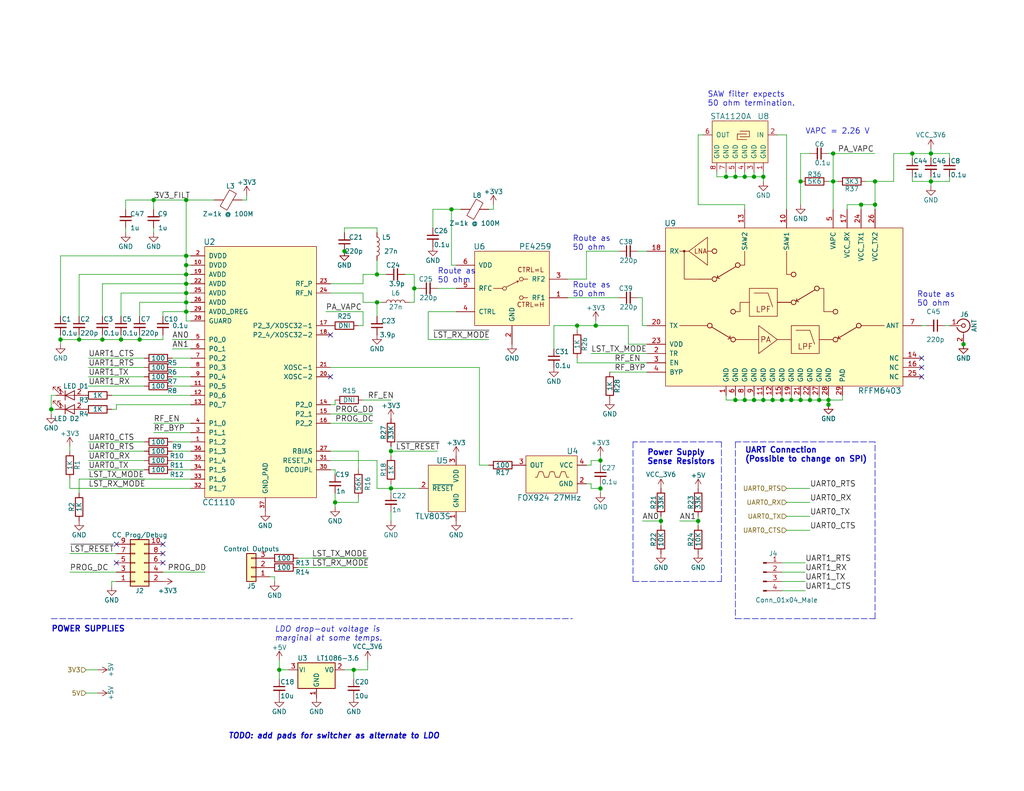
<source format=kicad_sch>
(kicad_sch (version 20210621) (generator eeschema)

  (uuid 31b0c6a8-031c-465a-a937-d97b09c540f9)

  (paper "USLetter")

  (title_block
    (title "OpenLST Reference Design")
    (date "2018-08-02")
    (rev "2.1")
    (comment 1 "Drawn by Ryan Kingsbury")
    (comment 2 "License")
    (comment 3 "This work is licensed under a Creative Commons Attribution-ShareAlike 4.0 International")
    (comment 4 "Copyright 2018 Planet Labs Inc")
  )

  


  (junction (at 13.97 111.76) (diameter 1.016) (color 0 0 0 0))
  (junction (at 16.51 92.71) (diameter 1.016) (color 0 0 0 0))
  (junction (at 21.59 92.71) (diameter 1.016) (color 0 0 0 0))
  (junction (at 27.94 92.71) (diameter 1.016) (color 0 0 0 0))
  (junction (at 33.02 92.71) (diameter 1.016) (color 0 0 0 0))
  (junction (at 38.1 92.71) (diameter 1.016) (color 0 0 0 0))
  (junction (at 41.91 54.61) (diameter 1.016) (color 0 0 0 0))
  (junction (at 50.8 54.61) (diameter 1.016) (color 0 0 0 0))
  (junction (at 50.8 69.85) (diameter 1.016) (color 0 0 0 0))
  (junction (at 50.8 72.39) (diameter 1.016) (color 0 0 0 0))
  (junction (at 50.8 74.93) (diameter 1.016) (color 0 0 0 0))
  (junction (at 50.8 77.47) (diameter 1.016) (color 0 0 0 0))
  (junction (at 50.8 80.01) (diameter 1.016) (color 0 0 0 0))
  (junction (at 50.8 82.55) (diameter 1.016) (color 0 0 0 0))
  (junction (at 50.8 85.09) (diameter 1.016) (color 0 0 0 0))
  (junction (at 76.2 182.88) (diameter 1.016) (color 0 0 0 0))
  (junction (at 91.44 137.16) (diameter 1.016) (color 0 0 0 0))
  (junction (at 93.98 68.58) (diameter 1.016) (color 0 0 0 0))
  (junction (at 96.52 182.88) (diameter 1.016) (color 0 0 0 0))
  (junction (at 102.87 74.93) (diameter 1.016) (color 0 0 0 0))
  (junction (at 102.87 82.55) (diameter 1.016) (color 0 0 0 0))
  (junction (at 106.68 123.19) (diameter 1.016) (color 0 0 0 0))
  (junction (at 106.68 133.35) (diameter 1.016) (color 0 0 0 0))
  (junction (at 113.03 78.74) (diameter 1.016) (color 0 0 0 0))
  (junction (at 123.19 57.15) (diameter 1.016) (color 0 0 0 0))
  (junction (at 157.48 88.9) (diameter 1.016) (color 0 0 0 0))
  (junction (at 162.56 88.9) (diameter 1.016) (color 0 0 0 0))
  (junction (at 163.83 125.73) (diameter 1.016) (color 0 0 0 0))
  (junction (at 163.83 133.35) (diameter 1.016) (color 0 0 0 0))
  (junction (at 180.34 142.24) (diameter 1.016) (color 0 0 0 0))
  (junction (at 190.5 142.24) (diameter 1.016) (color 0 0 0 0))
  (junction (at 198.12 48.26) (diameter 1.016) (color 0 0 0 0))
  (junction (at 200.66 48.26) (diameter 1.016) (color 0 0 0 0))
  (junction (at 200.66 109.22) (diameter 1.016) (color 0 0 0 0))
  (junction (at 203.2 48.26) (diameter 1.016) (color 0 0 0 0))
  (junction (at 203.2 109.22) (diameter 1.016) (color 0 0 0 0))
  (junction (at 205.74 48.26) (diameter 1.016) (color 0 0 0 0))
  (junction (at 205.74 109.22) (diameter 1.016) (color 0 0 0 0))
  (junction (at 208.28 48.26) (diameter 1.016) (color 0 0 0 0))
  (junction (at 208.28 109.22) (diameter 1.016) (color 0 0 0 0))
  (junction (at 210.82 109.22) (diameter 1.016) (color 0 0 0 0))
  (junction (at 213.36 109.22) (diameter 1.016) (color 0 0 0 0))
  (junction (at 215.9 109.22) (diameter 1.016) (color 0 0 0 0))
  (junction (at 218.44 49.53) (diameter 1.016) (color 0 0 0 0))
  (junction (at 218.44 109.22) (diameter 1.016) (color 0 0 0 0))
  (junction (at 220.98 109.22) (diameter 1.016) (color 0 0 0 0))
  (junction (at 223.52 109.22) (diameter 1.016) (color 0 0 0 0))
  (junction (at 226.06 109.22) (diameter 1.016) (color 0 0 0 0))
  (junction (at 226.06 110.49) (diameter 1.016) (color 0 0 0 0))
  (junction (at 227.33 41.91) (diameter 1.016) (color 0 0 0 0))
  (junction (at 227.33 49.53) (diameter 1.016) (color 0 0 0 0))
  (junction (at 234.95 55.88) (diameter 1.016) (color 0 0 0 0))
  (junction (at 238.76 49.53) (diameter 1.016) (color 0 0 0 0))
  (junction (at 238.76 55.88) (diameter 1.016) (color 0 0 0 0))
  (junction (at 248.92 41.91) (diameter 1.016) (color 0 0 0 0))
  (junction (at 254 41.91) (diameter 1.016) (color 0 0 0 0))
  (junction (at 254 49.53) (diameter 1.016) (color 0 0 0 0))
  (junction (at 262.89 93.98) (diameter 1.016) (color 0 0 0 0))

  (no_connect (at 31.75 148.59) (uuid bd1c0dc9-9dab-4a8e-960f-1be5fb624ba2))
  (no_connect (at 31.75 153.67) (uuid 2835a888-a3b6-4aa1-bcc0-c16b4cc0a324))
  (no_connect (at 44.45 148.59) (uuid 1ed7ac17-6c61-4e9a-a0a5-ce3e8a7df851))
  (no_connect (at 44.45 151.13) (uuid edbe6432-cdc2-4880-a5a5-187633fe248e))
  (no_connect (at 44.45 153.67) (uuid ebb02fa3-ca97-44d1-9429-1497c5b0f1f5))
  (no_connect (at 90.17 91.44) (uuid 07da0a64-f33b-469a-973d-c9b25dd8db9e))
  (no_connect (at 90.17 102.87) (uuid 39387e56-b387-4959-94ce-73d8a78be2b3))
  (no_connect (at 251.46 97.79) (uuid f69c727c-cf15-44ef-bbb7-55c493ba44b2))
  (no_connect (at 251.46 100.33) (uuid ee771831-bd6c-4140-95ae-f4245c540cb3))
  (no_connect (at 251.46 102.87) (uuid db1a56a6-b7b9-4146-8cd1-d658900b5370))

  (wire (pts (xy 13.97 107.95) (xy 13.97 111.76))
    (stroke (width 0) (type solid) (color 0 0 0 0))
    (uuid 1bb1f057-7a05-4294-a49e-936fe0500f13)
  )
  (wire (pts (xy 13.97 111.76) (xy 13.97 113.03))
    (stroke (width 0) (type solid) (color 0 0 0 0))
    (uuid 86598eef-286e-41aa-9aaa-73795ceeaaf8)
  )
  (wire (pts (xy 15.24 107.95) (xy 13.97 107.95))
    (stroke (width 0) (type solid) (color 0 0 0 0))
    (uuid f924816a-3110-4a1c-942a-8ecf950371c1)
  )
  (wire (pts (xy 15.24 111.76) (xy 13.97 111.76))
    (stroke (width 0) (type solid) (color 0 0 0 0))
    (uuid 6f862ca1-90c0-48f7-86da-323cfc2ede99)
  )
  (wire (pts (xy 16.51 69.85) (xy 50.8 69.85))
    (stroke (width 0) (type solid) (color 0 0 0 0))
    (uuid cb64e1e3-a20b-4d0d-9852-74e7a2db52d2)
  )
  (wire (pts (xy 16.51 86.36) (xy 16.51 69.85))
    (stroke (width 0) (type solid) (color 0 0 0 0))
    (uuid bfb94146-2417-495c-afbe-daff6e2e6224)
  )
  (wire (pts (xy 16.51 91.44) (xy 16.51 92.71))
    (stroke (width 0) (type solid) (color 0 0 0 0))
    (uuid eb9af990-f5b6-4fdb-9c6e-401bba58275f)
  )
  (wire (pts (xy 16.51 92.71) (xy 16.51 93.98))
    (stroke (width 0) (type solid) (color 0 0 0 0))
    (uuid 89222843-b49d-4c08-9523-521b36dafc0d)
  )
  (wire (pts (xy 16.51 92.71) (xy 21.59 92.71))
    (stroke (width 0) (type solid) (color 0 0 0 0))
    (uuid 7d1a05ed-443c-4314-b7c9-2cacda5c61d0)
  )
  (wire (pts (xy 19.05 121.92) (xy 19.05 123.19))
    (stroke (width 0) (type solid) (color 0 0 0 0))
    (uuid b3cb7d03-5bef-4d3f-823f-001cb79fd627)
  )
  (wire (pts (xy 19.05 130.81) (xy 19.05 133.35))
    (stroke (width 0) (type solid) (color 0 0 0 0))
    (uuid 1e1bea3b-7b95-4b92-8311-8c0cf9ab3b11)
  )
  (wire (pts (xy 19.05 133.35) (xy 52.07 133.35))
    (stroke (width 0) (type solid) (color 0 0 0 0))
    (uuid 679b6ff4-ae13-41cd-ba2f-d2c2284c2873)
  )
  (wire (pts (xy 19.05 156.21) (xy 31.75 156.21))
    (stroke (width 0) (type solid) (color 0 0 0 0))
    (uuid e04dccd5-03b9-4fdb-a892-6917746ff057)
  )
  (wire (pts (xy 21.59 74.93) (xy 50.8 74.93))
    (stroke (width 0) (type solid) (color 0 0 0 0))
    (uuid 0e846a0c-79e7-488b-ba52-6f3e26c690b2)
  )
  (wire (pts (xy 21.59 86.36) (xy 21.59 74.93))
    (stroke (width 0) (type solid) (color 0 0 0 0))
    (uuid 2b149225-5dc2-45e9-91fc-16c401e34f41)
  )
  (wire (pts (xy 21.59 92.71) (xy 21.59 91.44))
    (stroke (width 0) (type solid) (color 0 0 0 0))
    (uuid d7b097e6-c42e-4ddb-9f9d-388cd499f661)
  )
  (wire (pts (xy 21.59 92.71) (xy 27.94 92.71))
    (stroke (width 0) (type solid) (color 0 0 0 0))
    (uuid fa044d65-0df0-4ff4-a42b-05368d090139)
  )
  (wire (pts (xy 21.59 130.81) (xy 21.59 134.62))
    (stroke (width 0) (type solid) (color 0 0 0 0))
    (uuid eb934a01-5e67-4db4-90b6-e19d80ac31de)
  )
  (wire (pts (xy 21.59 130.81) (xy 52.07 130.81))
    (stroke (width 0) (type solid) (color 0 0 0 0))
    (uuid 8979dc7e-f18d-4026-ab5b-e25b6573fb73)
  )
  (wire (pts (xy 23.495 182.88) (xy 26.67 182.88))
    (stroke (width 0) (type solid) (color 0 0 0 0))
    (uuid c8f7fe74-b475-4c3a-9629-bc0833e95168)
  )
  (wire (pts (xy 23.495 189.23) (xy 26.67 189.23))
    (stroke (width 0) (type solid) (color 0 0 0 0))
    (uuid e45a142d-a4b4-4be3-83e8-3306d62914de)
  )
  (wire (pts (xy 27.94 77.47) (xy 50.8 77.47))
    (stroke (width 0) (type solid) (color 0 0 0 0))
    (uuid 2b38cbfa-8e29-4a9f-a100-1bf551f2379b)
  )
  (wire (pts (xy 27.94 86.36) (xy 27.94 77.47))
    (stroke (width 0) (type solid) (color 0 0 0 0))
    (uuid 9ff02183-ed72-4e70-85ff-dde8c81e6605)
  )
  (wire (pts (xy 27.94 92.71) (xy 27.94 91.44))
    (stroke (width 0) (type solid) (color 0 0 0 0))
    (uuid 952e84c0-b8c8-4fea-bf32-e32928dc1739)
  )
  (wire (pts (xy 27.94 92.71) (xy 33.02 92.71))
    (stroke (width 0) (type solid) (color 0 0 0 0))
    (uuid a6823e4a-1b88-43a7-89cf-dac1a1fa80e0)
  )
  (wire (pts (xy 30.48 107.95) (xy 52.07 107.95))
    (stroke (width 0) (type solid) (color 0 0 0 0))
    (uuid 1339e9f3-dbdf-4522-92e1-aec9a67b9324)
  )
  (wire (pts (xy 30.48 111.76) (xy 31.75 111.76))
    (stroke (width 0) (type solid) (color 0 0 0 0))
    (uuid d5f04a52-f1fa-44ea-be65-4e9bf28ccf6c)
  )
  (wire (pts (xy 30.48 158.75) (xy 31.75 158.75))
    (stroke (width 0) (type solid) (color 0 0 0 0))
    (uuid ddba8fa4-1024-48c8-81ad-669a90684c03)
  )
  (wire (pts (xy 30.48 160.02) (xy 30.48 158.75))
    (stroke (width 0) (type solid) (color 0 0 0 0))
    (uuid 70ca4b9c-6ba9-40e9-aa20-c9a2d66d2939)
  )
  (wire (pts (xy 31.75 110.49) (xy 52.07 110.49))
    (stroke (width 0) (type solid) (color 0 0 0 0))
    (uuid ed41c7f9-3093-4da0-9c54-8e56cbc886dd)
  )
  (wire (pts (xy 31.75 111.76) (xy 31.75 110.49))
    (stroke (width 0) (type solid) (color 0 0 0 0))
    (uuid a5ca4580-30d4-4218-bf4f-a3ac77c4e770)
  )
  (wire (pts (xy 31.75 151.13) (xy 19.05 151.13))
    (stroke (width 0) (type solid) (color 0 0 0 0))
    (uuid 9942928c-6d04-4425-a9e4-f3e8957c3313)
  )
  (wire (pts (xy 33.02 80.01) (xy 50.8 80.01))
    (stroke (width 0) (type solid) (color 0 0 0 0))
    (uuid a10396ae-a1e6-4d63-bd03-8767d74cde3b)
  )
  (wire (pts (xy 33.02 86.36) (xy 33.02 80.01))
    (stroke (width 0) (type solid) (color 0 0 0 0))
    (uuid 018609aa-4a55-47cc-a055-9d5ffe6dc215)
  )
  (wire (pts (xy 33.02 92.71) (xy 33.02 91.44))
    (stroke (width 0) (type solid) (color 0 0 0 0))
    (uuid 4193aa4e-27d4-47e2-b209-315899157cfd)
  )
  (wire (pts (xy 33.02 92.71) (xy 38.1 92.71))
    (stroke (width 0) (type solid) (color 0 0 0 0))
    (uuid 7f36db1b-b0d0-4014-8af0-f0ff37e1ca95)
  )
  (wire (pts (xy 34.29 54.61) (xy 41.91 54.61))
    (stroke (width 0) (type solid) (color 0 0 0 0))
    (uuid 8d8430e3-cf50-4625-899e-311c1cc157ce)
  )
  (wire (pts (xy 34.29 57.15) (xy 34.29 54.61))
    (stroke (width 0) (type solid) (color 0 0 0 0))
    (uuid 6143c7b4-fbb2-45fd-ae4d-d5d7d54ec9f8)
  )
  (wire (pts (xy 34.29 63.5) (xy 34.29 62.23))
    (stroke (width 0) (type solid) (color 0 0 0 0))
    (uuid b7a6c40f-260f-4ac6-8439-fa628d8230aa)
  )
  (wire (pts (xy 38.1 82.55) (xy 50.8 82.55))
    (stroke (width 0) (type solid) (color 0 0 0 0))
    (uuid d0acf503-0287-4f12-a3a1-ed6526d69b81)
  )
  (wire (pts (xy 38.1 86.36) (xy 38.1 82.55))
    (stroke (width 0) (type solid) (color 0 0 0 0))
    (uuid 8e2d5558-3ef2-4127-b8dc-234d5ce7d871)
  )
  (wire (pts (xy 38.1 92.71) (xy 38.1 91.44))
    (stroke (width 0) (type solid) (color 0 0 0 0))
    (uuid 5d905b77-c992-47fd-9ec9-f563731f1cb4)
  )
  (wire (pts (xy 38.1 92.71) (xy 44.45 92.71))
    (stroke (width 0) (type solid) (color 0 0 0 0))
    (uuid 113ffbe2-2693-4119-bdb8-11dea62ba7f3)
  )
  (wire (pts (xy 39.37 97.79) (xy 24.13 97.79))
    (stroke (width 0) (type solid) (color 0 0 0 0))
    (uuid ed1e253d-6c9b-430f-9666-f0dc8a16c152)
  )
  (wire (pts (xy 39.37 100.33) (xy 24.13 100.33))
    (stroke (width 0) (type solid) (color 0 0 0 0))
    (uuid 1be0fc7d-9bed-48af-9ec7-8e30faddf4a0)
  )
  (wire (pts (xy 39.37 102.87) (xy 24.13 102.87))
    (stroke (width 0) (type solid) (color 0 0 0 0))
    (uuid 45f42130-b1fa-4f79-977e-fc1c0d6128eb)
  )
  (wire (pts (xy 39.37 105.41) (xy 24.13 105.41))
    (stroke (width 0) (type solid) (color 0 0 0 0))
    (uuid 9cd9be39-9698-4d9a-9cde-3cf075bcc625)
  )
  (wire (pts (xy 39.37 120.65) (xy 24.13 120.65))
    (stroke (width 0) (type solid) (color 0 0 0 0))
    (uuid 63e5da63-984b-4325-825d-29e69a73e506)
  )
  (wire (pts (xy 39.37 123.19) (xy 24.13 123.19))
    (stroke (width 0) (type solid) (color 0 0 0 0))
    (uuid b81aeb5d-43a7-4688-8d97-2d73822fd324)
  )
  (wire (pts (xy 39.37 125.73) (xy 24.13 125.73))
    (stroke (width 0) (type solid) (color 0 0 0 0))
    (uuid a9660e5a-ff1c-47bd-ae35-d302e675c3aa)
  )
  (wire (pts (xy 39.37 128.27) (xy 24.13 128.27))
    (stroke (width 0) (type solid) (color 0 0 0 0))
    (uuid dd5a4d2c-6ee6-4a52-a18e-240856b10640)
  )
  (wire (pts (xy 41.91 54.61) (xy 41.91 57.15))
    (stroke (width 0) (type solid) (color 0 0 0 0))
    (uuid 13f71410-5410-4ee0-813d-1adc8d49fa82)
  )
  (wire (pts (xy 41.91 54.61) (xy 50.8 54.61))
    (stroke (width 0) (type solid) (color 0 0 0 0))
    (uuid 69b52d80-69ad-48b4-b665-c0c61f72ca5c)
  )
  (wire (pts (xy 41.91 62.23) (xy 41.91 63.5))
    (stroke (width 0) (type solid) (color 0 0 0 0))
    (uuid 794982b6-1e4b-408a-aced-4257bf0d635e)
  )
  (wire (pts (xy 44.45 85.09) (xy 44.45 86.36))
    (stroke (width 0) (type solid) (color 0 0 0 0))
    (uuid eb4fe28e-f23b-4ba5-ba31-1ea19fffb5fc)
  )
  (wire (pts (xy 44.45 85.09) (xy 50.8 85.09))
    (stroke (width 0) (type solid) (color 0 0 0 0))
    (uuid 001f07de-c19f-406c-b57a-a7031dae9029)
  )
  (wire (pts (xy 44.45 92.71) (xy 44.45 91.44))
    (stroke (width 0) (type solid) (color 0 0 0 0))
    (uuid 54a1236e-60f0-4f92-969f-4da647f5803a)
  )
  (wire (pts (xy 44.45 156.21) (xy 55.88 156.21))
    (stroke (width 0) (type solid) (color 0 0 0 0))
    (uuid efcb3cc7-472b-44ec-86ad-fcc124a008aa)
  )
  (wire (pts (xy 46.99 97.79) (xy 52.07 97.79))
    (stroke (width 0) (type solid) (color 0 0 0 0))
    (uuid 9f3ea1b8-ca2d-47d5-80c0-497174ee604e)
  )
  (wire (pts (xy 46.99 100.33) (xy 52.07 100.33))
    (stroke (width 0) (type solid) (color 0 0 0 0))
    (uuid e8b3b3a2-cec0-469c-a903-39235bd091dd)
  )
  (wire (pts (xy 46.99 102.87) (xy 52.07 102.87))
    (stroke (width 0) (type solid) (color 0 0 0 0))
    (uuid 33868d29-aa24-43a3-a8e1-dfd4f210cd45)
  )
  (wire (pts (xy 46.99 105.41) (xy 52.07 105.41))
    (stroke (width 0) (type solid) (color 0 0 0 0))
    (uuid f92e9403-01cf-46fb-bf3d-1fce55a4cb9e)
  )
  (wire (pts (xy 46.99 120.65) (xy 52.07 120.65))
    (stroke (width 0) (type solid) (color 0 0 0 0))
    (uuid 65f8db90-bcee-42cd-aff6-f9c60f72bc15)
  )
  (wire (pts (xy 46.99 123.19) (xy 52.07 123.19))
    (stroke (width 0) (type solid) (color 0 0 0 0))
    (uuid d290f9c6-590c-4735-a434-3b632c88ffb8)
  )
  (wire (pts (xy 46.99 125.73) (xy 52.07 125.73))
    (stroke (width 0) (type solid) (color 0 0 0 0))
    (uuid b8e393ea-6246-40cb-af9d-35795b2dad95)
  )
  (wire (pts (xy 46.99 128.27) (xy 52.07 128.27))
    (stroke (width 0) (type solid) (color 0 0 0 0))
    (uuid d52cd717-f4c3-441c-ab95-57fd2e3990b4)
  )
  (wire (pts (xy 50.8 54.61) (xy 50.8 69.85))
    (stroke (width 0) (type solid) (color 0 0 0 0))
    (uuid 1cb0e9c4-c7da-4efc-bab7-fd9f130b250f)
  )
  (wire (pts (xy 50.8 54.61) (xy 58.42 54.61))
    (stroke (width 0) (type solid) (color 0 0 0 0))
    (uuid 279d666b-4bf9-4ad3-9e47-e7d284e8b248)
  )
  (wire (pts (xy 50.8 69.85) (xy 50.8 72.39))
    (stroke (width 0) (type solid) (color 0 0 0 0))
    (uuid a343497b-c29d-483a-9660-8a714e911b40)
  )
  (wire (pts (xy 50.8 69.85) (xy 52.07 69.85))
    (stroke (width 0) (type solid) (color 0 0 0 0))
    (uuid 7d0e0291-71de-4189-8f7d-2298754407f1)
  )
  (wire (pts (xy 50.8 72.39) (xy 50.8 74.93))
    (stroke (width 0) (type solid) (color 0 0 0 0))
    (uuid 1b5f8d9f-c23f-4236-9fd7-834c95ba777f)
  )
  (wire (pts (xy 50.8 72.39) (xy 52.07 72.39))
    (stroke (width 0) (type solid) (color 0 0 0 0))
    (uuid c9b7ba65-58a6-471e-b4dc-f071eee93d01)
  )
  (wire (pts (xy 50.8 74.93) (xy 50.8 77.47))
    (stroke (width 0) (type solid) (color 0 0 0 0))
    (uuid 950b441d-dca9-4246-b8e4-b044da04c1f9)
  )
  (wire (pts (xy 50.8 74.93) (xy 52.07 74.93))
    (stroke (width 0) (type solid) (color 0 0 0 0))
    (uuid 54d13763-408b-4a41-9186-7e3af4a919ac)
  )
  (wire (pts (xy 50.8 77.47) (xy 50.8 80.01))
    (stroke (width 0) (type solid) (color 0 0 0 0))
    (uuid 1a979674-d889-47de-966a-8123d483e225)
  )
  (wire (pts (xy 50.8 77.47) (xy 52.07 77.47))
    (stroke (width 0) (type solid) (color 0 0 0 0))
    (uuid aac38559-f386-4ec1-a157-c1f05f398a5c)
  )
  (wire (pts (xy 50.8 80.01) (xy 50.8 82.55))
    (stroke (width 0) (type solid) (color 0 0 0 0))
    (uuid 3b8b6c41-2a6e-4dbf-8bc2-90b6df22e0b4)
  )
  (wire (pts (xy 50.8 80.01) (xy 52.07 80.01))
    (stroke (width 0) (type solid) (color 0 0 0 0))
    (uuid b33cf266-84d0-4c7c-a18c-865e9f48e2f0)
  )
  (wire (pts (xy 50.8 82.55) (xy 50.8 85.09))
    (stroke (width 0) (type solid) (color 0 0 0 0))
    (uuid b511643a-40b1-400d-8189-5eebb4df6d85)
  )
  (wire (pts (xy 50.8 82.55) (xy 52.07 82.55))
    (stroke (width 0) (type solid) (color 0 0 0 0))
    (uuid 964ab87e-9f66-4e7e-ae1f-1a03d2bb00ab)
  )
  (wire (pts (xy 50.8 85.09) (xy 50.8 87.63))
    (stroke (width 0) (type solid) (color 0 0 0 0))
    (uuid 0e72e75f-373b-435d-b33b-09ebfd173830)
  )
  (wire (pts (xy 50.8 85.09) (xy 52.07 85.09))
    (stroke (width 0) (type solid) (color 0 0 0 0))
    (uuid b9abca4b-f17e-49da-9cf2-36b785c7066a)
  )
  (wire (pts (xy 50.8 87.63) (xy 52.07 87.63))
    (stroke (width 0) (type solid) (color 0 0 0 0))
    (uuid b8de970d-f9b3-4edd-a4c1-79bb1ba723bf)
  )
  (wire (pts (xy 52.07 92.71) (xy 46.99 92.71))
    (stroke (width 0) (type solid) (color 0 0 0 0))
    (uuid 56ce3273-3ee0-4329-bbcd-d8b69a8f3070)
  )
  (wire (pts (xy 52.07 95.25) (xy 46.99 95.25))
    (stroke (width 0) (type solid) (color 0 0 0 0))
    (uuid e6f86d11-c777-4a7b-a341-dd4ba83f8cb9)
  )
  (wire (pts (xy 52.07 115.57) (xy 41.91 115.57))
    (stroke (width 0) (type solid) (color 0 0 0 0))
    (uuid ce68e74f-46c4-471a-bb68-0a1d2d36e7b4)
  )
  (wire (pts (xy 52.07 118.11) (xy 41.91 118.11))
    (stroke (width 0) (type solid) (color 0 0 0 0))
    (uuid d67f9b0e-275f-4dfc-9094-a32d66c82ef7)
  )
  (wire (pts (xy 67.31 53.34) (xy 67.31 54.61))
    (stroke (width 0) (type solid) (color 0 0 0 0))
    (uuid 3c7b332a-4c7a-4be5-a625-ceb96b7861ae)
  )
  (wire (pts (xy 67.31 54.61) (xy 66.04 54.61))
    (stroke (width 0) (type solid) (color 0 0 0 0))
    (uuid 10e88112-67c2-446f-b77b-b8a3b994c6ea)
  )
  (wire (pts (xy 73.66 157.48) (xy 74.93 157.48))
    (stroke (width 0) (type solid) (color 0 0 0 0))
    (uuid d08771cf-a1f2-4353-aa29-79f7dad276b9)
  )
  (wire (pts (xy 74.93 157.48) (xy 74.93 158.75))
    (stroke (width 0) (type solid) (color 0 0 0 0))
    (uuid 48a74c96-989d-4fa5-b2a0-276dce85907d)
  )
  (wire (pts (xy 76.2 180.34) (xy 76.2 182.88))
    (stroke (width 0) (type solid) (color 0 0 0 0))
    (uuid 5ac20b77-6e7a-4ad8-b46f-4b9b0378999c)
  )
  (wire (pts (xy 76.2 182.88) (xy 76.2 185.42))
    (stroke (width 0) (type solid) (color 0 0 0 0))
    (uuid 8ada8829-c43f-4212-af68-6e8f642bc722)
  )
  (wire (pts (xy 76.2 182.88) (xy 78.74 182.88))
    (stroke (width 0) (type solid) (color 0 0 0 0))
    (uuid 930f14e2-f38d-401a-805a-ba1dadf3f393)
  )
  (wire (pts (xy 81.28 152.4) (xy 100.33 152.4))
    (stroke (width 0) (type solid) (color 0 0 0 0))
    (uuid c6654a9d-4cbb-48d0-a16d-092d139d39d0)
  )
  (wire (pts (xy 81.28 154.94) (xy 100.33 154.94))
    (stroke (width 0) (type solid) (color 0 0 0 0))
    (uuid d2c8f905-e555-41f4-8168-eea8be832fa5)
  )
  (wire (pts (xy 90.17 100.33) (xy 130.81 100.33))
    (stroke (width 0) (type solid) (color 0 0 0 0))
    (uuid 0d2c17bc-b8aa-45c1-b925-6665cb347660)
  )
  (wire (pts (xy 90.17 110.49) (xy 91.44 110.49))
    (stroke (width 0) (type solid) (color 0 0 0 0))
    (uuid 8a511972-6230-4497-bf58-3bf0d5a2b0bb)
  )
  (wire (pts (xy 90.17 113.03) (xy 101.6 113.03))
    (stroke (width 0) (type solid) (color 0 0 0 0))
    (uuid 967ad674-4fdb-4590-bba2-78200aa5c49d)
  )
  (wire (pts (xy 90.17 115.57) (xy 101.6 115.57))
    (stroke (width 0) (type solid) (color 0 0 0 0))
    (uuid 94d320cd-6eac-440c-bde0-344a8a565c6e)
  )
  (wire (pts (xy 90.17 123.19) (xy 97.79 123.19))
    (stroke (width 0) (type solid) (color 0 0 0 0))
    (uuid 6433c154-fe65-4b82-8e3c-617090328608)
  )
  (wire (pts (xy 90.17 125.73) (xy 102.87 125.73))
    (stroke (width 0) (type solid) (color 0 0 0 0))
    (uuid 29ab046f-fabe-47c6-935c-bbb7ccacdac1)
  )
  (wire (pts (xy 90.17 128.27) (xy 91.44 128.27))
    (stroke (width 0) (type solid) (color 0 0 0 0))
    (uuid 96a09475-4977-46b1-9ca4-9249e3c3e17e)
  )
  (wire (pts (xy 91.44 110.49) (xy 91.44 109.22))
    (stroke (width 0) (type solid) (color 0 0 0 0))
    (uuid a176db7b-8c29-491e-ac4f-d39af84cb433)
  )
  (wire (pts (xy 91.44 128.27) (xy 91.44 129.54))
    (stroke (width 0) (type solid) (color 0 0 0 0))
    (uuid dbb491f7-72a2-43e9-ab06-0fe26e989057)
  )
  (wire (pts (xy 91.44 134.62) (xy 91.44 137.16))
    (stroke (width 0) (type solid) (color 0 0 0 0))
    (uuid ec847763-bc21-4ad3-b227-d0f024d6c1bc)
  )
  (wire (pts (xy 91.44 137.16) (xy 91.44 138.43))
    (stroke (width 0) (type solid) (color 0 0 0 0))
    (uuid 9a336e60-212c-4b0f-b392-b5a1c8b9f766)
  )
  (wire (pts (xy 93.98 62.23) (xy 93.98 63.5))
    (stroke (width 0) (type solid) (color 0 0 0 0))
    (uuid faa43d21-2a70-4aaa-9904-6e24ad0fefd3)
  )
  (wire (pts (xy 93.98 182.88) (xy 96.52 182.88))
    (stroke (width 0) (type solid) (color 0 0 0 0))
    (uuid 5ee4d1d0-3796-45fd-99ad-e5991c2c6e77)
  )
  (wire (pts (xy 96.52 182.88) (xy 100.33 182.88))
    (stroke (width 0) (type solid) (color 0 0 0 0))
    (uuid d157648c-ea67-4c4c-9397-f3ce181bc950)
  )
  (wire (pts (xy 96.52 185.42) (xy 96.52 182.88))
    (stroke (width 0) (type solid) (color 0 0 0 0))
    (uuid 4c62d150-5f67-481b-9ac0-d7719c3b0b3d)
  )
  (wire (pts (xy 97.79 88.9) (xy 99.06 88.9))
    (stroke (width 0) (type solid) (color 0 0 0 0))
    (uuid 73468ba7-6cdc-4032-bbd4-28e07c379c25)
  )
  (wire (pts (xy 97.79 123.19) (xy 97.79 128.27))
    (stroke (width 0) (type solid) (color 0 0 0 0))
    (uuid 166b26ff-bfb3-406d-ad92-203f5b99e068)
  )
  (wire (pts (xy 97.79 135.89) (xy 97.79 137.16))
    (stroke (width 0) (type solid) (color 0 0 0 0))
    (uuid fdd62f51-1ad1-465c-9fad-0c274ea49d84)
  )
  (wire (pts (xy 97.79 137.16) (xy 91.44 137.16))
    (stroke (width 0) (type solid) (color 0 0 0 0))
    (uuid 581955b6-e8e4-4d61-a578-7709ab29ac75)
  )
  (wire (pts (xy 99.06 74.93) (xy 102.87 74.93))
    (stroke (width 0) (type solid) (color 0 0 0 0))
    (uuid 32085c14-c8ff-4c74-bb8f-f38df5e2722c)
  )
  (wire (pts (xy 99.06 77.47) (xy 90.17 77.47))
    (stroke (width 0) (type solid) (color 0 0 0 0))
    (uuid 6365cebb-414f-484d-9061-826154abad6e)
  )
  (wire (pts (xy 99.06 77.47) (xy 99.06 74.93))
    (stroke (width 0) (type solid) (color 0 0 0 0))
    (uuid e4bf8525-4603-4e18-aec0-5f19b64d8360)
  )
  (wire (pts (xy 99.06 80.01) (xy 90.17 80.01))
    (stroke (width 0) (type solid) (color 0 0 0 0))
    (uuid b367b5bf-7a24-4358-9d1e-f79ddc82a910)
  )
  (wire (pts (xy 99.06 82.55) (xy 99.06 80.01))
    (stroke (width 0) (type solid) (color 0 0 0 0))
    (uuid 4f299961-cb99-4155-869d-50162b2f4adb)
  )
  (wire (pts (xy 99.06 82.55) (xy 102.87 82.55))
    (stroke (width 0) (type solid) (color 0 0 0 0))
    (uuid 33484def-ab78-43f8-b650-7fbc44c41130)
  )
  (wire (pts (xy 99.06 85.09) (xy 88.9 85.09))
    (stroke (width 0) (type solid) (color 0 0 0 0))
    (uuid 92a13905-a032-40c2-a66e-1f7a1591878e)
  )
  (wire (pts (xy 99.06 88.9) (xy 99.06 85.09))
    (stroke (width 0) (type solid) (color 0 0 0 0))
    (uuid 4379819c-3929-474f-9d68-fda9f54ff7ab)
  )
  (wire (pts (xy 99.06 109.22) (xy 106.68 109.22))
    (stroke (width 0) (type solid) (color 0 0 0 0))
    (uuid 09a75c36-fcdf-40c7-95be-3890ff327f77)
  )
  (wire (pts (xy 100.33 182.88) (xy 100.33 180.34))
    (stroke (width 0) (type solid) (color 0 0 0 0))
    (uuid 9aecbff8-272b-4000-b994-3e9150661bcc)
  )
  (wire (pts (xy 102.87 62.23) (xy 93.98 62.23))
    (stroke (width 0) (type solid) (color 0 0 0 0))
    (uuid df8873e8-3556-4909-b139-e0545041b2cc)
  )
  (wire (pts (xy 102.87 63.5) (xy 102.87 62.23))
    (stroke (width 0) (type solid) (color 0 0 0 0))
    (uuid d6338f31-daac-4ead-9090-402dc77df3a0)
  )
  (wire (pts (xy 102.87 74.93) (xy 102.87 71.12))
    (stroke (width 0) (type solid) (color 0 0 0 0))
    (uuid 98631438-24a5-4be5-97df-07b393f677ac)
  )
  (wire (pts (xy 102.87 74.93) (xy 105.41 74.93))
    (stroke (width 0) (type solid) (color 0 0 0 0))
    (uuid 3762fd96-ca19-4d8c-abf7-c53e54f6a257)
  )
  (wire (pts (xy 102.87 82.55) (xy 102.87 86.36))
    (stroke (width 0) (type solid) (color 0 0 0 0))
    (uuid 941a20ed-fa27-4664-8d2b-d2be14d4f4cb)
  )
  (wire (pts (xy 102.87 82.55) (xy 104.14 82.55))
    (stroke (width 0) (type solid) (color 0 0 0 0))
    (uuid 836eec7c-fbf7-467e-9160-a1fb985d7965)
  )
  (wire (pts (xy 102.87 125.73) (xy 102.87 133.35))
    (stroke (width 0) (type solid) (color 0 0 0 0))
    (uuid 3ee5e65d-a9c9-4286-9944-68ba1a61bfab)
  )
  (wire (pts (xy 102.87 133.35) (xy 106.68 133.35))
    (stroke (width 0) (type solid) (color 0 0 0 0))
    (uuid 89ab63f3-a5eb-418a-8dbc-aa545fe2fda3)
  )
  (wire (pts (xy 106.68 121.92) (xy 106.68 123.19))
    (stroke (width 0) (type solid) (color 0 0 0 0))
    (uuid 54344b2a-2650-4b56-91ff-bdecd1faf38e)
  )
  (wire (pts (xy 106.68 123.19) (xy 106.68 124.46))
    (stroke (width 0) (type solid) (color 0 0 0 0))
    (uuid a7534b1c-6bd7-4b3c-b826-0f8aecc26bfe)
  )
  (wire (pts (xy 106.68 123.19) (xy 119.38 123.19))
    (stroke (width 0) (type solid) (color 0 0 0 0))
    (uuid 11ba78fb-ebb8-4e98-bba1-f0585b1932a3)
  )
  (wire (pts (xy 106.68 132.08) (xy 106.68 133.35))
    (stroke (width 0) (type solid) (color 0 0 0 0))
    (uuid bf84d9fe-6459-41be-a870-c95042cc3f78)
  )
  (wire (pts (xy 106.68 133.35) (xy 106.68 134.62))
    (stroke (width 0) (type solid) (color 0 0 0 0))
    (uuid 395246a0-dfae-4edc-84be-fb6438d41959)
  )
  (wire (pts (xy 106.68 133.35) (xy 114.3 133.35))
    (stroke (width 0) (type solid) (color 0 0 0 0))
    (uuid 97dee1c5-1752-40ec-895c-59c7251891d6)
  )
  (wire (pts (xy 106.68 139.7) (xy 106.68 142.24))
    (stroke (width 0) (type solid) (color 0 0 0 0))
    (uuid 6a881b4f-f930-4a66-8bdf-86e7465705b9)
  )
  (wire (pts (xy 113.03 74.93) (xy 110.49 74.93))
    (stroke (width 0) (type solid) (color 0 0 0 0))
    (uuid 9dd56ac8-9abf-4157-88e2-88bcce904546)
  )
  (wire (pts (xy 113.03 74.93) (xy 113.03 78.74))
    (stroke (width 0) (type solid) (color 0 0 0 0))
    (uuid 76643cc2-fb16-4b06-b4bf-d87e9ec768d8)
  )
  (wire (pts (xy 113.03 78.74) (xy 113.03 82.55))
    (stroke (width 0) (type solid) (color 0 0 0 0))
    (uuid 6abb27ad-4d38-40cf-8038-be001f72ae20)
  )
  (wire (pts (xy 113.03 82.55) (xy 111.76 82.55))
    (stroke (width 0) (type solid) (color 0 0 0 0))
    (uuid 99889696-89ef-4390-8c65-b5d8d436ce33)
  )
  (wire (pts (xy 114.3 78.74) (xy 113.03 78.74))
    (stroke (width 0) (type solid) (color 0 0 0 0))
    (uuid 1610813a-e559-45d0-9b55-e6c52062ab57)
  )
  (wire (pts (xy 116.84 85.09) (xy 116.84 92.71))
    (stroke (width 0) (type solid) (color 0 0 0 0))
    (uuid dd0cc9d9-5091-4105-93b7-7ba2b256a195)
  )
  (wire (pts (xy 116.84 92.71) (xy 133.35 92.71))
    (stroke (width 0) (type solid) (color 0 0 0 0))
    (uuid 35c1ac7b-c789-4037-960a-7da6b39d1275)
  )
  (wire (pts (xy 118.11 57.15) (xy 123.19 57.15))
    (stroke (width 0) (type solid) (color 0 0 0 0))
    (uuid fc461800-3596-4718-80aa-8bd7451a9c71)
  )
  (wire (pts (xy 118.11 62.23) (xy 118.11 57.15))
    (stroke (width 0) (type solid) (color 0 0 0 0))
    (uuid 6e0424bf-28d4-4ff1-8b3c-ca4d729a8042)
  )
  (wire (pts (xy 119.38 78.74) (xy 124.46 78.74))
    (stroke (width 0) (type solid) (color 0 0 0 0))
    (uuid 59a5fd7b-8259-4e93-ab13-6e69cc5d3810)
  )
  (wire (pts (xy 123.19 57.15) (xy 123.19 72.39))
    (stroke (width 0) (type solid) (color 0 0 0 0))
    (uuid 7a45da04-9607-4770-b85f-b923c3ad2189)
  )
  (wire (pts (xy 123.19 57.15) (xy 125.73 57.15))
    (stroke (width 0) (type solid) (color 0 0 0 0))
    (uuid 6a80006e-9704-4dc7-8552-a3db52873233)
  )
  (wire (pts (xy 123.19 72.39) (xy 124.46 72.39))
    (stroke (width 0) (type solid) (color 0 0 0 0))
    (uuid 66bf476c-e461-4d98-9190-21f83347191c)
  )
  (wire (pts (xy 124.46 85.09) (xy 116.84 85.09))
    (stroke (width 0) (type solid) (color 0 0 0 0))
    (uuid 1f347094-93bf-4b07-9085-d23f0392ce6c)
  )
  (wire (pts (xy 130.81 127) (xy 130.81 100.33))
    (stroke (width 0) (type solid) (color 0 0 0 0))
    (uuid 3b73e0c8-243f-471d-8ab9-f1844142f0a7)
  )
  (wire (pts (xy 133.35 127) (xy 130.81 127))
    (stroke (width 0) (type solid) (color 0 0 0 0))
    (uuid f7a46454-7e1e-4d2c-a1c2-043b88b067b0)
  )
  (wire (pts (xy 134.62 55.88) (xy 134.62 57.15))
    (stroke (width 0) (type solid) (color 0 0 0 0))
    (uuid 351e7051-f1c9-4aa2-8c25-261cf1a35681)
  )
  (wire (pts (xy 134.62 57.15) (xy 133.35 57.15))
    (stroke (width 0) (type solid) (color 0 0 0 0))
    (uuid b149c046-7381-463d-8cc5-3e6d338c5c33)
  )
  (wire (pts (xy 151.13 88.9) (xy 151.13 95.25))
    (stroke (width 0) (type solid) (color 0 0 0 0))
    (uuid af97ed5f-c59c-4176-8e24-cbfa78c82461)
  )
  (wire (pts (xy 151.13 88.9) (xy 157.48 88.9))
    (stroke (width 0) (type solid) (color 0 0 0 0))
    (uuid 4c25f994-e097-45ed-9313-a42e3921ec7f)
  )
  (wire (pts (xy 154.94 81.28) (xy 168.91 81.28))
    (stroke (width 0) (type solid) (color 0 0 0 0))
    (uuid 5d19b25a-8e45-4d54-b85c-5225f6af1723)
  )
  (wire (pts (xy 157.48 88.9) (xy 162.56 88.9))
    (stroke (width 0) (type solid) (color 0 0 0 0))
    (uuid 46f58c7c-d3d5-4dd3-b2f6-b6348c8f541b)
  )
  (wire (pts (xy 157.48 90.17) (xy 157.48 88.9))
    (stroke (width 0) (type solid) (color 0 0 0 0))
    (uuid 84e60649-87ce-446b-9b41-8379c6f5f706)
  )
  (wire (pts (xy 157.48 99.06) (xy 157.48 97.79))
    (stroke (width 0) (type solid) (color 0 0 0 0))
    (uuid a975c995-433a-422c-93e5-dd40ad786ad9)
  )
  (wire (pts (xy 157.48 99.06) (xy 176.53 99.06))
    (stroke (width 0) (type solid) (color 0 0 0 0))
    (uuid 655486e1-3625-4e66-8a89-83850994e9b1)
  )
  (wire (pts (xy 160.02 68.58) (xy 160.02 76.2))
    (stroke (width 0) (type solid) (color 0 0 0 0))
    (uuid e94598bb-7ec3-489b-ab95-57bf4218786a)
  )
  (wire (pts (xy 160.02 76.2) (xy 154.94 76.2))
    (stroke (width 0) (type solid) (color 0 0 0 0))
    (uuid 88e25da9-c291-4ef9-b838-38374b532784)
  )
  (wire (pts (xy 160.02 127) (xy 161.29 127))
    (stroke (width 0) (type solid) (color 0 0 0 0))
    (uuid dadceefd-7b97-4bbd-8150-64af4134cecc)
  )
  (wire (pts (xy 160.02 132.08) (xy 161.29 132.08))
    (stroke (width 0) (type solid) (color 0 0 0 0))
    (uuid e2d806e3-df90-449d-a22d-82a959f729dd)
  )
  (wire (pts (xy 161.29 125.73) (xy 163.83 125.73))
    (stroke (width 0) (type solid) (color 0 0 0 0))
    (uuid 62be36e0-a3b7-4c98-973d-c09628fb54f3)
  )
  (wire (pts (xy 161.29 127) (xy 161.29 125.73))
    (stroke (width 0) (type solid) (color 0 0 0 0))
    (uuid 4b26c279-3d3f-47ea-b98a-3eb81971e333)
  )
  (wire (pts (xy 161.29 132.08) (xy 161.29 133.35))
    (stroke (width 0) (type solid) (color 0 0 0 0))
    (uuid 2d3253ef-ec7d-40d3-b260-0d4265d77883)
  )
  (wire (pts (xy 161.29 133.35) (xy 163.83 133.35))
    (stroke (width 0) (type solid) (color 0 0 0 0))
    (uuid be80e220-ba5a-4619-8898-cdb79f6f44ba)
  )
  (wire (pts (xy 162.56 88.9) (xy 162.56 87.63))
    (stroke (width 0) (type solid) (color 0 0 0 0))
    (uuid 8f1cc797-05b5-4a78-93d8-2693db8fa96a)
  )
  (wire (pts (xy 162.56 88.9) (xy 171.45 88.9))
    (stroke (width 0) (type solid) (color 0 0 0 0))
    (uuid 635fb2b2-74b7-4a48-bb98-29135b228a90)
  )
  (wire (pts (xy 163.83 124.46) (xy 163.83 125.73))
    (stroke (width 0) (type solid) (color 0 0 0 0))
    (uuid 206c2727-0113-4166-a45e-63cd4490f544)
  )
  (wire (pts (xy 163.83 125.73) (xy 163.83 127))
    (stroke (width 0) (type solid) (color 0 0 0 0))
    (uuid c922cb66-a735-41c3-aa27-1a5e2c29a426)
  )
  (wire (pts (xy 163.83 132.08) (xy 163.83 133.35))
    (stroke (width 0) (type solid) (color 0 0 0 0))
    (uuid 9c6f93df-7782-4f23-8d53-0dbbb4f21081)
  )
  (wire (pts (xy 163.83 133.35) (xy 163.83 134.62))
    (stroke (width 0) (type solid) (color 0 0 0 0))
    (uuid c3ec03c1-d68d-41aa-b2f5-70870d7100ea)
  )
  (wire (pts (xy 166.37 101.6) (xy 176.53 101.6))
    (stroke (width 0) (type solid) (color 0 0 0 0))
    (uuid 1d9b658c-72c4-4fa8-8714-18f25c995c9e)
  )
  (wire (pts (xy 168.91 68.58) (xy 160.02 68.58))
    (stroke (width 0) (type solid) (color 0 0 0 0))
    (uuid 7ed1fb3a-ab8f-4237-bcd1-1524a7898e77)
  )
  (wire (pts (xy 171.45 88.9) (xy 171.45 93.98))
    (stroke (width 0) (type solid) (color 0 0 0 0))
    (uuid 167037b1-d01c-491f-a1c7-b20d8f415ca8)
  )
  (wire (pts (xy 171.45 93.98) (xy 176.53 93.98))
    (stroke (width 0) (type solid) (color 0 0 0 0))
    (uuid deb30bb5-9fff-4431-9ec9-a22b32cc8ac5)
  )
  (wire (pts (xy 173.99 68.58) (xy 176.53 68.58))
    (stroke (width 0) (type solid) (color 0 0 0 0))
    (uuid f94b5ddf-43ef-48cb-a1d3-973d6b4360af)
  )
  (wire (pts (xy 173.99 81.28) (xy 175.26 81.28))
    (stroke (width 0) (type solid) (color 0 0 0 0))
    (uuid 1a0e7ebd-54c6-4a63-a022-c0b34337dbd6)
  )
  (wire (pts (xy 175.26 81.28) (xy 175.26 88.9))
    (stroke (width 0) (type solid) (color 0 0 0 0))
    (uuid 6148ea10-01a1-4644-ba84-1ee54146d684)
  )
  (wire (pts (xy 175.26 88.9) (xy 176.53 88.9))
    (stroke (width 0) (type solid) (color 0 0 0 0))
    (uuid da8b23ec-42be-43f1-8a5e-239717cfe466)
  )
  (wire (pts (xy 176.53 96.52) (xy 161.29 96.52))
    (stroke (width 0) (type solid) (color 0 0 0 0))
    (uuid 92999079-c9b5-4e73-8e23-b257343d8a37)
  )
  (wire (pts (xy 180.34 140.97) (xy 180.34 142.24))
    (stroke (width 0) (type solid) (color 0 0 0 0))
    (uuid be05d8b3-36b3-46f4-a361-863fc8bfbb67)
  )
  (wire (pts (xy 180.34 142.24) (xy 175.26 142.24))
    (stroke (width 0) (type solid) (color 0 0 0 0))
    (uuid f1a03134-9e8e-4a2f-945a-9ef03c20a547)
  )
  (wire (pts (xy 180.34 142.24) (xy 180.34 143.51))
    (stroke (width 0) (type solid) (color 0 0 0 0))
    (uuid 91bb5605-ee93-47ce-8b47-082c7cb0d74e)
  )
  (wire (pts (xy 190.5 36.83) (xy 190.5 55.88))
    (stroke (width 0) (type solid) (color 0 0 0 0))
    (uuid 65309526-ca44-4883-a14c-aa0a4ad629a8)
  )
  (wire (pts (xy 190.5 55.88) (xy 203.2 55.88))
    (stroke (width 0) (type solid) (color 0 0 0 0))
    (uuid c08adf76-b285-415a-a901-0bee7fb554a4)
  )
  (wire (pts (xy 190.5 140.97) (xy 190.5 142.24))
    (stroke (width 0) (type solid) (color 0 0 0 0))
    (uuid e42a40c0-52a3-4f35-bfbd-9bfa983fcff1)
  )
  (wire (pts (xy 190.5 142.24) (xy 185.42 142.24))
    (stroke (width 0) (type solid) (color 0 0 0 0))
    (uuid 7d1c63d1-a8b5-46cf-8191-b4302f30026f)
  )
  (wire (pts (xy 190.5 142.24) (xy 190.5 143.51))
    (stroke (width 0) (type solid) (color 0 0 0 0))
    (uuid fc003b68-2e2c-4afc-aba9-5fea6156c719)
  )
  (wire (pts (xy 191.77 36.83) (xy 190.5 36.83))
    (stroke (width 0) (type solid) (color 0 0 0 0))
    (uuid 15ac16c8-52ac-44ce-a521-a190b21f0924)
  )
  (wire (pts (xy 195.58 46.99) (xy 195.58 48.26))
    (stroke (width 0) (type solid) (color 0 0 0 0))
    (uuid b29d3e36-c2e5-4784-b486-bba4b7abc50d)
  )
  (wire (pts (xy 195.58 48.26) (xy 198.12 48.26))
    (stroke (width 0) (type solid) (color 0 0 0 0))
    (uuid 3d9b2b5b-9a1d-48d3-bee2-c14975f3b3b4)
  )
  (wire (pts (xy 198.12 46.99) (xy 198.12 48.26))
    (stroke (width 0) (type solid) (color 0 0 0 0))
    (uuid f09574f5-5266-490e-95f6-10d20f5ca3bd)
  )
  (wire (pts (xy 198.12 48.26) (xy 200.66 48.26))
    (stroke (width 0) (type solid) (color 0 0 0 0))
    (uuid f3009903-8ab8-4f98-b59a-47851906c024)
  )
  (wire (pts (xy 198.12 107.95) (xy 198.12 109.22))
    (stroke (width 0) (type solid) (color 0 0 0 0))
    (uuid aaf740c2-faa2-495f-84be-619dec460268)
  )
  (wire (pts (xy 198.12 109.22) (xy 200.66 109.22))
    (stroke (width 0) (type solid) (color 0 0 0 0))
    (uuid 2c47ad53-33de-48d0-bff8-867bbe6ccf17)
  )
  (wire (pts (xy 200.66 48.26) (xy 200.66 46.99))
    (stroke (width 0) (type solid) (color 0 0 0 0))
    (uuid 319e19cc-8189-4657-9354-e7d7cb79752d)
  )
  (wire (pts (xy 200.66 48.26) (xy 203.2 48.26))
    (stroke (width 0) (type solid) (color 0 0 0 0))
    (uuid 79ed2e8a-306d-42b6-8f6f-c947a821b344)
  )
  (wire (pts (xy 200.66 107.95) (xy 200.66 109.22))
    (stroke (width 0) (type solid) (color 0 0 0 0))
    (uuid 0373717a-7c25-4cdc-8b84-630b3315e48e)
  )
  (wire (pts (xy 200.66 109.22) (xy 203.2 109.22))
    (stroke (width 0) (type solid) (color 0 0 0 0))
    (uuid 11aedbf9-ee99-46e0-b57c-61a564fc0c9d)
  )
  (wire (pts (xy 203.2 46.99) (xy 203.2 48.26))
    (stroke (width 0) (type solid) (color 0 0 0 0))
    (uuid 9ef6fa2c-4e0e-417e-bdc1-c6a0df6e4cfc)
  )
  (wire (pts (xy 203.2 48.26) (xy 205.74 48.26))
    (stroke (width 0) (type solid) (color 0 0 0 0))
    (uuid b0156381-b893-4c65-9b74-da3b21d9b566)
  )
  (wire (pts (xy 203.2 55.88) (xy 203.2 57.15))
    (stroke (width 0) (type solid) (color 0 0 0 0))
    (uuid 7b8e73f4-8719-4e99-bafa-f343abcc656f)
  )
  (wire (pts (xy 203.2 109.22) (xy 203.2 107.95))
    (stroke (width 0) (type solid) (color 0 0 0 0))
    (uuid b4630b16-3a28-4a7a-883e-31b0a0cdf4a3)
  )
  (wire (pts (xy 203.2 109.22) (xy 205.74 109.22))
    (stroke (width 0) (type solid) (color 0 0 0 0))
    (uuid dd8cbbdf-8636-45d1-bd6f-e080a141ada1)
  )
  (wire (pts (xy 205.74 46.99) (xy 205.74 48.26))
    (stroke (width 0) (type solid) (color 0 0 0 0))
    (uuid c38db051-81da-4345-8e5b-a7cf92048822)
  )
  (wire (pts (xy 205.74 48.26) (xy 208.28 48.26))
    (stroke (width 0) (type solid) (color 0 0 0 0))
    (uuid 43d12444-e377-4197-9968-783a58bc8424)
  )
  (wire (pts (xy 205.74 109.22) (xy 205.74 107.95))
    (stroke (width 0) (type solid) (color 0 0 0 0))
    (uuid a9b46b85-8dba-476f-b832-2edbf54671f0)
  )
  (wire (pts (xy 205.74 109.22) (xy 208.28 109.22))
    (stroke (width 0) (type solid) (color 0 0 0 0))
    (uuid 377ad559-3999-4409-81a7-04291c175624)
  )
  (wire (pts (xy 208.28 46.99) (xy 208.28 48.26))
    (stroke (width 0) (type solid) (color 0 0 0 0))
    (uuid 8a184c8d-2256-4956-8857-565d532421c3)
  )
  (wire (pts (xy 208.28 48.26) (xy 208.28 49.53))
    (stroke (width 0) (type solid) (color 0 0 0 0))
    (uuid df1e089f-f140-427a-b986-51f173bc0cd9)
  )
  (wire (pts (xy 208.28 109.22) (xy 208.28 107.95))
    (stroke (width 0) (type solid) (color 0 0 0 0))
    (uuid 79cd4230-8bca-4907-99b2-4ff7f990ba6b)
  )
  (wire (pts (xy 208.28 109.22) (xy 210.82 109.22))
    (stroke (width 0) (type solid) (color 0 0 0 0))
    (uuid e349e8df-da80-48e9-b306-9f402739cc7f)
  )
  (wire (pts (xy 210.82 109.22) (xy 210.82 107.95))
    (stroke (width 0) (type solid) (color 0 0 0 0))
    (uuid 0f609822-a8cd-43ce-84e2-f7d94f29511a)
  )
  (wire (pts (xy 210.82 109.22) (xy 213.36 109.22))
    (stroke (width 0) (type solid) (color 0 0 0 0))
    (uuid 8a395b98-221b-4cd6-a75c-522465851d3a)
  )
  (wire (pts (xy 212.09 36.83) (xy 214.63 36.83))
    (stroke (width 0) (type solid) (color 0 0 0 0))
    (uuid 3e04bef0-7da8-4f01-8f5f-fca31f526381)
  )
  (wire (pts (xy 213.36 109.22) (xy 213.36 107.95))
    (stroke (width 0) (type solid) (color 0 0 0 0))
    (uuid d8be0673-540c-4605-8019-c9eda3126bd4)
  )
  (wire (pts (xy 213.36 109.22) (xy 215.9 109.22))
    (stroke (width 0) (type solid) (color 0 0 0 0))
    (uuid 1522b5bc-ebf8-41de-9572-261e3a69705d)
  )
  (wire (pts (xy 213.36 153.67) (xy 219.71 153.67))
    (stroke (width 0) (type solid) (color 0 0 0 0))
    (uuid 522a30f6-5c2b-498f-8175-b73e83f7efac)
  )
  (wire (pts (xy 213.36 156.21) (xy 219.71 156.21))
    (stroke (width 0) (type solid) (color 0 0 0 0))
    (uuid fecf1d41-e398-4daa-a898-1c9f7dc46ca9)
  )
  (wire (pts (xy 213.36 158.75) (xy 219.71 158.75))
    (stroke (width 0) (type solid) (color 0 0 0 0))
    (uuid b0fde943-fc2e-4556-bd70-c97954dbf4cf)
  )
  (wire (pts (xy 213.36 161.29) (xy 219.71 161.29))
    (stroke (width 0) (type solid) (color 0 0 0 0))
    (uuid 174a306b-5e39-4734-8556-707771f1a618)
  )
  (wire (pts (xy 214.63 36.83) (xy 214.63 57.15))
    (stroke (width 0) (type solid) (color 0 0 0 0))
    (uuid 5e00478d-591e-4800-86e9-0db75327ffde)
  )
  (wire (pts (xy 214.63 133.35) (xy 220.98 133.35))
    (stroke (width 0) (type solid) (color 0 0 0 0))
    (uuid f1849a56-3c4f-42c0-a217-e2d2d3a2688f)
  )
  (wire (pts (xy 214.63 137.16) (xy 220.98 137.16))
    (stroke (width 0) (type solid) (color 0 0 0 0))
    (uuid f13d0f04-0f92-4a5a-ad1e-4ad66d186fd4)
  )
  (wire (pts (xy 214.63 140.97) (xy 220.98 140.97))
    (stroke (width 0) (type solid) (color 0 0 0 0))
    (uuid 6d5bbaa9-e04b-459f-bf13-fe6c008de1c8)
  )
  (wire (pts (xy 214.63 144.78) (xy 220.98 144.78))
    (stroke (width 0) (type solid) (color 0 0 0 0))
    (uuid 24e7097d-1990-444b-8d4e-bac95a486c84)
  )
  (wire (pts (xy 215.9 109.22) (xy 215.9 107.95))
    (stroke (width 0) (type solid) (color 0 0 0 0))
    (uuid 6b384fbc-84c7-404b-b3ab-6d2b76900679)
  )
  (wire (pts (xy 215.9 109.22) (xy 218.44 109.22))
    (stroke (width 0) (type solid) (color 0 0 0 0))
    (uuid 9750df8a-5795-4bfb-b264-dfd9cb37036c)
  )
  (wire (pts (xy 218.44 41.91) (xy 218.44 49.53))
    (stroke (width 0) (type solid) (color 0 0 0 0))
    (uuid d9f76303-1b03-4c0c-9b64-af6119949d18)
  )
  (wire (pts (xy 218.44 49.53) (xy 218.44 55.88))
    (stroke (width 0) (type solid) (color 0 0 0 0))
    (uuid 0c0d9994-3ef0-4a04-88b7-fc1eb3001b96)
  )
  (wire (pts (xy 218.44 109.22) (xy 218.44 107.95))
    (stroke (width 0) (type solid) (color 0 0 0 0))
    (uuid 0710b66f-ed0f-4f67-aa8a-31dd493d8f35)
  )
  (wire (pts (xy 218.44 109.22) (xy 220.98 109.22))
    (stroke (width 0) (type solid) (color 0 0 0 0))
    (uuid b150f2ba-8e4c-4aab-9773-282dab7d0bdb)
  )
  (wire (pts (xy 220.98 41.91) (xy 218.44 41.91))
    (stroke (width 0) (type solid) (color 0 0 0 0))
    (uuid eb14f950-0bb5-4dca-a362-535186e544a8)
  )
  (wire (pts (xy 220.98 109.22) (xy 220.98 107.95))
    (stroke (width 0) (type solid) (color 0 0 0 0))
    (uuid d4bbd0a8-671b-4865-8612-ff960cb91c3d)
  )
  (wire (pts (xy 220.98 109.22) (xy 223.52 109.22))
    (stroke (width 0) (type solid) (color 0 0 0 0))
    (uuid 192212d3-ee44-4e56-bc2e-76b0d5b77d7d)
  )
  (wire (pts (xy 223.52 109.22) (xy 223.52 107.95))
    (stroke (width 0) (type solid) (color 0 0 0 0))
    (uuid 4c3d8401-f612-4aa4-83e5-cabfa7c0f8b4)
  )
  (wire (pts (xy 223.52 109.22) (xy 226.06 109.22))
    (stroke (width 0) (type solid) (color 0 0 0 0))
    (uuid 5c23ba07-6096-4e98-b472-ec8a3c15d914)
  )
  (wire (pts (xy 226.06 41.91) (xy 227.33 41.91))
    (stroke (width 0) (type solid) (color 0 0 0 0))
    (uuid fbc0fd41-e766-4af8-a01a-91958a7e3b5a)
  )
  (wire (pts (xy 226.06 49.53) (xy 227.33 49.53))
    (stroke (width 0) (type solid) (color 0 0 0 0))
    (uuid ee8c5262-3f39-45cc-9d85-0ad196a39952)
  )
  (wire (pts (xy 226.06 107.95) (xy 226.06 109.22))
    (stroke (width 0) (type solid) (color 0 0 0 0))
    (uuid e2a8d5d5-9800-495a-9e2d-93dc3c08b336)
  )
  (wire (pts (xy 226.06 109.22) (xy 226.06 110.49))
    (stroke (width 0) (type solid) (color 0 0 0 0))
    (uuid 3c0cba5d-8a1f-4fe4-bcef-cbb4e4900909)
  )
  (wire (pts (xy 226.06 109.22) (xy 229.87 109.22))
    (stroke (width 0) (type solid) (color 0 0 0 0))
    (uuid 11b61e24-b47d-4468-a231-e50344252b5c)
  )
  (wire (pts (xy 227.33 41.91) (xy 227.33 49.53))
    (stroke (width 0) (type solid) (color 0 0 0 0))
    (uuid cd155476-5634-4503-a819-b2363846c25d)
  )
  (wire (pts (xy 227.33 41.91) (xy 238.76 41.91))
    (stroke (width 0) (type solid) (color 0 0 0 0))
    (uuid b9b9b3ba-dfea-4d21-9c31-3a251539ceab)
  )
  (wire (pts (xy 227.33 49.53) (xy 227.33 57.15))
    (stroke (width 0) (type solid) (color 0 0 0 0))
    (uuid ec29b0e6-b46d-4b6f-b059-1466585b7d77)
  )
  (wire (pts (xy 227.33 49.53) (xy 228.6 49.53))
    (stroke (width 0) (type solid) (color 0 0 0 0))
    (uuid a3030fc4-abe6-450b-9278-60bdb37256d8)
  )
  (wire (pts (xy 229.87 109.22) (xy 229.87 107.95))
    (stroke (width 0) (type solid) (color 0 0 0 0))
    (uuid 38844825-51c0-4f8e-9567-c34438335e7d)
  )
  (wire (pts (xy 231.14 55.88) (xy 234.95 55.88))
    (stroke (width 0) (type solid) (color 0 0 0 0))
    (uuid 8f61a282-34e8-44b1-842f-26e644239ec8)
  )
  (wire (pts (xy 231.14 57.15) (xy 231.14 55.88))
    (stroke (width 0) (type solid) (color 0 0 0 0))
    (uuid 5fbab6f0-2fe5-438b-9916-372b40015674)
  )
  (wire (pts (xy 234.95 55.88) (xy 238.76 55.88))
    (stroke (width 0) (type solid) (color 0 0 0 0))
    (uuid 109b5d79-35e2-4194-b65b-12103b73437d)
  )
  (wire (pts (xy 234.95 57.15) (xy 234.95 55.88))
    (stroke (width 0) (type solid) (color 0 0 0 0))
    (uuid eb804c81-1308-469f-92ca-8ff6986c632d)
  )
  (wire (pts (xy 236.22 49.53) (xy 238.76 49.53))
    (stroke (width 0) (type solid) (color 0 0 0 0))
    (uuid ff82c424-0ff6-4921-a3bf-10bdfa8fa6a3)
  )
  (wire (pts (xy 238.76 49.53) (xy 238.76 55.88))
    (stroke (width 0) (type solid) (color 0 0 0 0))
    (uuid 55d8989a-e63a-4fe3-8f86-b0e3191accfc)
  )
  (wire (pts (xy 238.76 49.53) (xy 243.84 49.53))
    (stroke (width 0) (type solid) (color 0 0 0 0))
    (uuid 8d77db4e-6af2-44db-80f8-eaacb7c307b3)
  )
  (wire (pts (xy 238.76 55.88) (xy 238.76 57.15))
    (stroke (width 0) (type solid) (color 0 0 0 0))
    (uuid d38648ce-b87c-4efe-96d0-611248799e09)
  )
  (wire (pts (xy 243.84 41.91) (xy 248.92 41.91))
    (stroke (width 0) (type solid) (color 0 0 0 0))
    (uuid 91c03e93-a810-411a-be83-b8a16dda5618)
  )
  (wire (pts (xy 243.84 49.53) (xy 243.84 41.91))
    (stroke (width 0) (type solid) (color 0 0 0 0))
    (uuid d7e7daf7-27e4-49a5-ba95-e7e02c98f37c)
  )
  (wire (pts (xy 248.92 41.91) (xy 254 41.91))
    (stroke (width 0) (type solid) (color 0 0 0 0))
    (uuid 468d7429-e446-43fc-ab87-9b3c7a6f81e0)
  )
  (wire (pts (xy 248.92 43.18) (xy 248.92 41.91))
    (stroke (width 0) (type solid) (color 0 0 0 0))
    (uuid a756bbfa-645c-4330-a23a-b090e552107f)
  )
  (wire (pts (xy 248.92 48.26) (xy 248.92 49.53))
    (stroke (width 0) (type solid) (color 0 0 0 0))
    (uuid 401987e8-2c9b-4e85-97c2-2bd944f60a74)
  )
  (wire (pts (xy 248.92 49.53) (xy 254 49.53))
    (stroke (width 0) (type solid) (color 0 0 0 0))
    (uuid a3c70de4-00e0-449b-bdee-b021bdb0c95f)
  )
  (wire (pts (xy 251.46 88.9) (xy 252.73 88.9))
    (stroke (width 0) (type solid) (color 0 0 0 0))
    (uuid 08809883-33a1-45ed-bbfb-851aeb39cf23)
  )
  (wire (pts (xy 254 40.64) (xy 254 41.91))
    (stroke (width 0) (type solid) (color 0 0 0 0))
    (uuid 3ff13a61-1e0c-4855-9d52-4fc1ece5382c)
  )
  (wire (pts (xy 254 41.91) (xy 254 43.18))
    (stroke (width 0) (type solid) (color 0 0 0 0))
    (uuid ba43e367-3ef9-40bf-8993-a944c6f5ede0)
  )
  (wire (pts (xy 254 41.91) (xy 259.08 41.91))
    (stroke (width 0) (type solid) (color 0 0 0 0))
    (uuid cd195e82-0816-4ac7-a522-9bd375b58ec9)
  )
  (wire (pts (xy 254 48.26) (xy 254 49.53))
    (stroke (width 0) (type solid) (color 0 0 0 0))
    (uuid 8fe69585-1aaa-4e74-b6f3-0f1d778c5512)
  )
  (wire (pts (xy 254 49.53) (xy 254 50.8))
    (stroke (width 0) (type solid) (color 0 0 0 0))
    (uuid 0d027b60-4a36-4ddb-b001-ac52e50f2d2d)
  )
  (wire (pts (xy 254 49.53) (xy 259.08 49.53))
    (stroke (width 0) (type solid) (color 0 0 0 0))
    (uuid 7b8e97d9-90a6-4c2a-b2d1-0c0315433566)
  )
  (wire (pts (xy 257.81 88.9) (xy 259.08 88.9))
    (stroke (width 0) (type solid) (color 0 0 0 0))
    (uuid fd69a84d-a1bc-4945-a797-145a31a488ca)
  )
  (wire (pts (xy 259.08 41.91) (xy 259.08 43.18))
    (stroke (width 0) (type solid) (color 0 0 0 0))
    (uuid 87185294-c529-4b35-bad5-31bcf07d63c9)
  )
  (wire (pts (xy 259.08 49.53) (xy 259.08 48.26))
    (stroke (width 0) (type solid) (color 0 0 0 0))
    (uuid 68a0141d-dc09-4c10-b187-77911f394d7f)
  )
  (polyline (pts (xy 13.97 168.91) (xy 156.21 168.91))
    (stroke (width 0) (type dash) (color 0 0 0 0))
    (uuid 50389179-35d1-47b7-b3d6-0fb15410f90d)
  )
  (polyline (pts (xy 172.72 120.65) (xy 172.72 158.75))
    (stroke (width 0) (type dash) (color 0 0 0 0))
    (uuid 8428dbb0-0d99-43d6-b277-60623ffe8362)
  )
  (polyline (pts (xy 172.72 158.75) (xy 196.85 158.75))
    (stroke (width 0) (type dash) (color 0 0 0 0))
    (uuid 141d3c1a-1762-448a-9cfa-f89bf7413dc7)
  )
  (polyline (pts (xy 196.85 120.65) (xy 172.72 120.65))
    (stroke (width 0) (type dash) (color 0 0 0 0))
    (uuid 782d0c58-d462-4e36-bc2d-8c8e66955acf)
  )
  (polyline (pts (xy 196.85 158.75) (xy 196.85 120.65))
    (stroke (width 0) (type dash) (color 0 0 0 0))
    (uuid 23d25f05-5e54-4add-8440-1b652a8f7209)
  )
  (polyline (pts (xy 200.66 120.65) (xy 200.66 168.91))
    (stroke (width 0) (type dash) (color 0 0 0 0))
    (uuid eb796541-458c-4314-aca8-433fcdadaae2)
  )
  (polyline (pts (xy 200.66 168.91) (xy 238.76 168.91))
    (stroke (width 0) (type dash) (color 0 0 0 0))
    (uuid 93b6690a-1b8f-4c80-a7ef-977cdf6f920e)
  )
  (polyline (pts (xy 238.76 120.65) (xy 200.66 120.65))
    (stroke (width 0) (type dash) (color 0 0 0 0))
    (uuid 385a79cc-0097-4e5c-bd36-c7e34fd821ea)
  )
  (polyline (pts (xy 238.76 168.91) (xy 238.76 120.65))
    (stroke (width 0) (type dash) (color 0 0 0 0))
    (uuid d7f5b925-1516-4ae5-a33f-41952b6278cb)
  )

  (text "POWER SUPPLIES" (at 13.97 172.72 0)
    (effects (font (size 1.524 1.524) (thickness 0.3048) bold) (justify left bottom))
    (uuid ccee3f73-93ef-4a61-8c4d-beda8616c34a)
  )
  (text "TODO: add pads for switcher as alternate to LDO" (at 62.23 201.93 0)
    (effects (font (size 1.524 1.524) (thickness 0.3048) bold italic) (justify left bottom))
    (uuid 8b62885f-f71e-49f9-bacd-64d5458e66de)
  )
  (text "LDO drop-out voltage is\nmarginal at some temps." (at 74.93 175.26 0)
    (effects (font (size 1.524 1.524) italic) (justify left bottom))
    (uuid 7fd9c812-68ab-4106-99ec-eb744f507e03)
  )
  (text "Route as\n50 ohm" (at 119.38 77.47 0)
    (effects (font (size 1.524 1.524)) (justify left bottom))
    (uuid 4dd3b53c-806e-4e98-9ae9-c544d8c00ed7)
  )
  (text "Route as\n50 ohm" (at 156.21 68.58 0)
    (effects (font (size 1.524 1.524)) (justify left bottom))
    (uuid 0b36ee26-a866-401c-a440-0ed5e327bb25)
  )
  (text "Route as\n50 ohm" (at 156.21 81.28 0)
    (effects (font (size 1.524 1.524)) (justify left bottom))
    (uuid 0a238fce-8d69-4522-bc63-c17ff2133127)
  )
  (text "Power Supply\nSense Resistors" (at 176.53 127 0)
    (effects (font (size 1.524 1.524) (thickness 0.3048) bold) (justify left bottom))
    (uuid efc41f36-bf35-41b7-be80-a064ab20f850)
  )
  (text "SAW filter expects\n50 ohm termination." (at 193.04 29.21 0)
    (effects (font (size 1.524 1.524)) (justify left bottom))
    (uuid f3e8b90b-fef2-45da-87cc-4fff70337f1d)
  )
  (text "UART Connection\n(Possible to change on SPI)\n" (at 203.2 126.365 0)
    (effects (font (size 1.524 1.524) (thickness 0.3048) bold) (justify left bottom))
    (uuid f9e0c7cf-ef26-4b9a-b96f-c1382c82b5cd)
  )
  (text "VAPC = 2.26 V" (at 219.71 36.83 0)
    (effects (font (size 1.524 1.524)) (justify left bottom))
    (uuid 34c5926e-f214-4a7d-ad97-125a4f483c45)
  )
  (text "Route as\n50 ohm" (at 250.19 83.82 0)
    (effects (font (size 1.524 1.524)) (justify left bottom))
    (uuid 5a8159b5-45a8-4d84-9662-cd724be18d8e)
  )

  (label "~{LST_RESET}" (at 19.05 151.13 0)
    (effects (font (size 1.524 1.524)) (justify left bottom))
    (uuid c810655a-b884-4e4a-979a-8761e8c41d42)
  )
  (label "PROG_DC" (at 19.05 156.21 0)
    (effects (font (size 1.524 1.524)) (justify left bottom))
    (uuid 403ec0e2-ac12-469e-8a33-c3af71816c6e)
  )
  (label "UART1_CTS" (at 24.13 97.79 0)
    (effects (font (size 1.524 1.524)) (justify left bottom))
    (uuid bbae6963-75d1-45a8-825b-58ca6b6d0fe9)
  )
  (label "UART1_RTS" (at 24.13 100.33 0)
    (effects (font (size 1.524 1.524)) (justify left bottom))
    (uuid 260e6079-9cb4-467c-ad80-fed3cc88ab91)
  )
  (label "UART1_TX" (at 24.13 102.87 0)
    (effects (font (size 1.524 1.524)) (justify left bottom))
    (uuid e54d7388-0f42-48b9-ad11-795eb1c88a77)
  )
  (label "UART1_RX" (at 24.13 105.41 0)
    (effects (font (size 1.524 1.524)) (justify left bottom))
    (uuid c19f11e2-f193-4983-8c72-4cf43ac423e1)
  )
  (label "UART0_CTS" (at 24.13 120.65 0)
    (effects (font (size 1.524 1.524)) (justify left bottom))
    (uuid 68225a62-eb68-441e-8b3b-821e913f8a5f)
  )
  (label "UART0_RTS" (at 24.13 123.19 0)
    (effects (font (size 1.524 1.524)) (justify left bottom))
    (uuid b0a9c65b-c426-4c4e-ad19-262f292ee2c8)
  )
  (label "UART0_RX" (at 24.13 125.73 0)
    (effects (font (size 1.524 1.524)) (justify left bottom))
    (uuid e4879579-97d7-4abc-98e6-8faecc3a15eb)
  )
  (label "UART0_TX" (at 24.13 128.27 0)
    (effects (font (size 1.524 1.524)) (justify left bottom))
    (uuid 803c37c5-96b3-4a96-8328-5a459ffab675)
  )
  (label "LST_TX_MODE" (at 24.13 130.81 0)
    (effects (font (size 1.524 1.524)) (justify left bottom))
    (uuid 303c868f-01b3-4762-bf2c-47c93075a904)
  )
  (label "~{LST_RX_MODE}" (at 24.13 133.35 0)
    (effects (font (size 1.524 1.524)) (justify left bottom))
    (uuid 27b414a0-1fca-4f64-a37d-42bebe42df3a)
  )
  (label "3V3_FILT" (at 41.91 54.61 0)
    (effects (font (size 1.524 1.524)) (justify left bottom))
    (uuid bd63b7fa-ea76-457c-a778-bd7fd9ef5b3e)
  )
  (label "RF_EN" (at 41.91 115.57 0)
    (effects (font (size 1.524 1.524)) (justify left bottom))
    (uuid 1d90addb-0c59-4818-92e8-7359f1b960f2)
  )
  (label "RF_BYP" (at 41.91 118.11 0)
    (effects (font (size 1.524 1.524)) (justify left bottom))
    (uuid f45aad61-3a75-4dbb-bb93-151f236d5751)
  )
  (label "PROG_DD" (at 45.72 156.21 0)
    (effects (font (size 1.524 1.524)) (justify left bottom))
    (uuid db21cdd9-7921-4928-8603-ee2ce377f423)
  )
  (label "AN0" (at 46.99 92.71 0)
    (effects (font (size 1.524 1.524)) (justify left bottom))
    (uuid c327ff34-50e3-4475-871b-c769d2076776)
  )
  (label "AN1" (at 46.99 95.25 0)
    (effects (font (size 1.524 1.524)) (justify left bottom))
    (uuid a62d8abc-3835-4d10-a06a-c20db88783c1)
  )
  (label "LST_TX_MODE" (at 85.09 152.4 0)
    (effects (font (size 1.524 1.524)) (justify left bottom))
    (uuid 23c59a0e-0d81-4218-a9ec-65148236eae8)
  )
  (label "~{LST_RX_MODE}" (at 85.09 154.94 0)
    (effects (font (size 1.524 1.524)) (justify left bottom))
    (uuid e93138b2-6047-4bb6-8de7-c22e798cc998)
  )
  (label "PA_VAPC" (at 88.9 85.09 0)
    (effects (font (size 1.524 1.524)) (justify left bottom))
    (uuid 9c5168c0-6287-4607-bcb7-c3c9c3a0f921)
  )
  (label "PROG_DD" (at 91.44 113.03 0)
    (effects (font (size 1.524 1.524)) (justify left bottom))
    (uuid 6feb3512-b0e2-40c2-8fba-9c82d708fcbe)
  )
  (label "PROG_DC" (at 91.44 115.57 0)
    (effects (font (size 1.524 1.524)) (justify left bottom))
    (uuid 98a6e13c-27ae-4a01-89fc-937a6637128a)
  )
  (label "RF_EN" (at 100.33 109.22 0)
    (effects (font (size 1.524 1.524)) (justify left bottom))
    (uuid 21e347bb-2514-4f4b-a600-a60f322c79da)
  )
  (label "~{LST_RESET}" (at 107.95 123.19 0)
    (effects (font (size 1.524 1.524)) (justify left bottom))
    (uuid d7cb7d5c-86b0-43f3-884c-c9fb37ec6510)
  )
  (label "~{LST_RX_MODE}" (at 118.11 92.71 0)
    (effects (font (size 1.524 1.524)) (justify left bottom))
    (uuid 4b4fc120-7cae-4c9a-9682-01d04abc05d2)
  )
  (label "LST_TX_MODE" (at 161.29 96.52 0)
    (effects (font (size 1.524 1.524)) (justify left bottom))
    (uuid 4aaed958-0f05-4ca3-bd8c-5f4c64d0cb36)
  )
  (label "RF_EN" (at 167.64 99.06 0)
    (effects (font (size 1.524 1.524)) (justify left bottom))
    (uuid 289e5bf7-be4a-4bc7-b50d-59e3b32cb226)
  )
  (label "RF_BYP" (at 167.64 101.6 0)
    (effects (font (size 1.524 1.524)) (justify left bottom))
    (uuid a31d21a4-9276-4545-902e-0f9fb0e0c314)
  )
  (label "AN0" (at 175.26 142.24 0)
    (effects (font (size 1.524 1.524)) (justify left bottom))
    (uuid e373156d-4542-4da5-8e44-2285664b24b4)
  )
  (label "AN1" (at 185.42 142.24 0)
    (effects (font (size 1.524 1.524)) (justify left bottom))
    (uuid 324b40c4-c945-46fd-91dc-c816dc855b4f)
  )
  (label "UART1_RTS" (at 219.71 153.67 0)
    (effects (font (size 1.524 1.524)) (justify left bottom))
    (uuid bd56c088-3e3f-498e-bff0-2b249818ada7)
  )
  (label "UART1_RX" (at 219.71 156.21 0)
    (effects (font (size 1.524 1.524)) (justify left bottom))
    (uuid a8d9db20-dc50-40d5-96b4-f72a6bab724e)
  )
  (label "UART1_TX" (at 219.71 158.75 0)
    (effects (font (size 1.524 1.524)) (justify left bottom))
    (uuid 9d9b92f5-365d-4ee2-8328-20c2549115bc)
  )
  (label "UART1_CTS" (at 219.71 161.29 0)
    (effects (font (size 1.524 1.524)) (justify left bottom))
    (uuid accc7850-b56a-4a9d-92b1-51e39c45004a)
  )
  (label "UART0_RTS" (at 220.98 133.35 0)
    (effects (font (size 1.524 1.524)) (justify left bottom))
    (uuid b0a20191-a9e3-437d-b626-2ef1fbaf8cbb)
  )
  (label "UART0_RX" (at 220.98 137.16 0)
    (effects (font (size 1.524 1.524)) (justify left bottom))
    (uuid e150f5cd-d1f9-4a22-8fe5-49487699b742)
  )
  (label "UART0_TX" (at 220.98 140.97 0)
    (effects (font (size 1.524 1.524)) (justify left bottom))
    (uuid 54121a38-6253-4887-a680-7319838567dd)
  )
  (label "UART0_CTS" (at 220.98 144.78 0)
    (effects (font (size 1.524 1.524)) (justify left bottom))
    (uuid 176d06db-ede4-4430-a3f7-cd9acd7da1d2)
  )
  (label "PA_VAPC" (at 228.6 41.91 0)
    (effects (font (size 1.524 1.524)) (justify left bottom))
    (uuid b56fd56f-0679-40a2-9e7e-74cc0266311c)
  )

  (hierarchical_label "3V3" (shape input) (at 23.495 182.88 180)
    (effects (font (size 1.27 1.27)) (justify right))
    (uuid e00e65a8-163b-4133-b41e-7bcce1a5787f)
  )
  (hierarchical_label "5V" (shape input) (at 23.495 189.23 180)
    (effects (font (size 1.27 1.27)) (justify right))
    (uuid c363988a-645c-46a0-a916-2801844f2d91)
  )
  (hierarchical_label "UART0_RTS" (shape input) (at 214.63 133.35 180)
    (effects (font (size 1.27 1.27)) (justify right))
    (uuid fb6f5fc6-674d-454a-8be1-266741851c6c)
  )
  (hierarchical_label "UART0_RX" (shape input) (at 214.63 137.16 180)
    (effects (font (size 1.27 1.27)) (justify right))
    (uuid 7b586db0-f751-4e80-a0fe-dd2c53c25438)
  )
  (hierarchical_label "UART0_TX" (shape input) (at 214.63 140.97 180)
    (effects (font (size 1.27 1.27)) (justify right))
    (uuid c7692c34-9619-4845-b5ef-89e0fa1361a5)
  )
  (hierarchical_label "UART0_CTS" (shape input) (at 214.63 144.78 180)
    (effects (font (size 1.27 1.27)) (justify right))
    (uuid 2621b837-4a5d-4ccd-bb57-4c05d8a277d0)
  )

  (symbol (lib_id "openlst-hw:+3.3V") (at 19.05 121.92 0) (unit 1)
    (in_bom yes) (on_board yes)
    (uuid 00000000-0000-0000-0000-00005b280abf)
    (property "Reference" "#PWR031" (id 0) (at 19.05 125.73 0)
      (effects (font (size 1.27 1.27)) hide)
    )
    (property "Value" "+3.3V" (id 1) (at 19.05 118.364 0))
    (property "Footprint" "" (id 2) (at 19.05 121.92 0)
      (effects (font (size 1.27 1.27)) hide)
    )
    (property "Datasheet" "" (id 3) (at 19.05 121.92 0)
      (effects (font (size 1.27 1.27)) hide)
    )
    (pin "1" (uuid f859da20-95f2-4167-94b7-498fc66621a7))
  )

  (symbol (lib_id "openlst-hw:+5V") (at 26.67 182.88 270) (unit 1)
    (in_bom yes) (on_board yes)
    (uuid 65d27029-4b03-42b0-93ba-2d53ff14245d)
    (property "Reference" "#PWR0106" (id 0) (at 22.86 182.88 0)
      (effects (font (size 1.27 1.27)) hide)
    )
    (property "Value" "+3.3V" (id 1) (at 30.226 182.88 0))
    (property "Footprint" "" (id 2) (at 26.67 182.88 0)
      (effects (font (size 1.27 1.27)) hide)
    )
    (property "Datasheet" "" (id 3) (at 26.67 182.88 0)
      (effects (font (size 1.27 1.27)) hide)
    )
    (pin "1" (uuid 6b4108f4-3575-4840-8370-b4f94c4597fb))
  )

  (symbol (lib_id "openlst-hw:+5V") (at 26.67 189.23 270) (unit 1)
    (in_bom yes) (on_board yes)
    (uuid 3c40063c-b746-42cf-bac2-d7c3825f32f0)
    (property "Reference" "#PWR0107" (id 0) (at 22.86 189.23 0)
      (effects (font (size 1.27 1.27)) hide)
    )
    (property "Value" "+5V" (id 1) (at 30.226 189.23 0))
    (property "Footprint" "" (id 2) (at 26.67 189.23 0)
      (effects (font (size 1.27 1.27)) hide)
    )
    (property "Datasheet" "" (id 3) (at 26.67 189.23 0)
      (effects (font (size 1.27 1.27)) hide)
    )
    (pin "1" (uuid 960342ba-18c1-48be-87bc-f86cd5f1dd20))
  )

  (symbol (lib_id "openlst-hw:+3.3V") (at 44.45 158.75 270) (unit 1)
    (in_bom yes) (on_board yes)
    (uuid 00000000-0000-0000-0000-00005b283e41)
    (property "Reference" "#PWR033" (id 0) (at 40.64 158.75 0)
      (effects (font (size 1.27 1.27)) hide)
    )
    (property "Value" "+3.3V" (id 1) (at 45.72 161.29 90))
    (property "Footprint" "" (id 2) (at 44.45 158.75 0)
      (effects (font (size 1.27 1.27)) hide)
    )
    (property "Datasheet" "" (id 3) (at 44.45 158.75 0)
      (effects (font (size 1.27 1.27)) hide)
    )
    (pin "1" (uuid aa97b9f9-240a-4230-89c2-dd0418390459))
  )

  (symbol (lib_id "openlst-hw:+3.3V") (at 67.31 53.34 0) (unit 1)
    (in_bom yes) (on_board yes)
    (uuid 00000000-0000-0000-0000-00005b26ffc2)
    (property "Reference" "#PWR042" (id 0) (at 67.31 57.15 0)
      (effects (font (size 1.27 1.27)) hide)
    )
    (property "Value" "+3.3V" (id 1) (at 67.31 49.784 0))
    (property "Footprint" "" (id 2) (at 67.31 53.34 0)
      (effects (font (size 1.27 1.27)) hide)
    )
    (property "Datasheet" "" (id 3) (at 67.31 53.34 0)
      (effects (font (size 1.27 1.27)) hide)
    )
    (pin "1" (uuid 4559d22d-10fc-4d4d-911a-dbc5027fc34f))
  )

  (symbol (lib_id "openlst-hw:+5V") (at 76.2 180.34 0) (unit 1)
    (in_bom yes) (on_board yes)
    (uuid 00000000-0000-0000-0000-00005b248b29)
    (property "Reference" "#PWR022" (id 0) (at 76.2 184.15 0)
      (effects (font (size 1.27 1.27)) hide)
    )
    (property "Value" "+5V" (id 1) (at 76.2 176.784 0))
    (property "Footprint" "" (id 2) (at 76.2 180.34 0)
      (effects (font (size 1.27 1.27)) hide)
    )
    (property "Datasheet" "" (id 3) (at 76.2 180.34 0)
      (effects (font (size 1.27 1.27)) hide)
    )
    (pin "1" (uuid e846a9f5-f715-4a46-8ed2-96d091d13142))
  )

  (symbol (lib_id "openlst-hw:VCC_3V6") (at 100.33 180.34 0) (unit 1)
    (in_bom yes) (on_board yes)
    (uuid 00000000-0000-0000-0000-00005b249df9)
    (property "Reference" "#PWR023" (id 0) (at 100.33 184.15 0)
      (effects (font (size 1.27 1.27)) hide)
    )
    (property "Value" "VCC_3V6" (id 1) (at 100.33 176.53 0))
    (property "Footprint" "" (id 2) (at 100.33 180.34 0)
      (effects (font (size 1.27 1.27)) hide)
    )
    (property "Datasheet" "" (id 3) (at 100.33 180.34 0)
      (effects (font (size 1.27 1.27)) hide)
    )
    (pin "1" (uuid 34d3ad6f-1777-4260-bcb3-6340fc22db4b))
  )

  (symbol (lib_id "openlst-hw:+3.3V") (at 106.68 114.3 0) (unit 1)
    (in_bom yes) (on_board yes)
    (uuid 00000000-0000-0000-0000-00005b33e802)
    (property "Reference" "#PWR055" (id 0) (at 106.68 118.11 0)
      (effects (font (size 1.27 1.27)) hide)
    )
    (property "Value" "+3.3V" (id 1) (at 106.68 110.744 0))
    (property "Footprint" "" (id 2) (at 106.68 114.3 0)
      (effects (font (size 1.27 1.27)) hide)
    )
    (property "Datasheet" "" (id 3) (at 106.68 114.3 0)
      (effects (font (size 1.27 1.27)) hide)
    )
    (pin "1" (uuid 9df6e254-47fa-4a24-81c5-33e4bd939c63))
  )

  (symbol (lib_id "openlst-hw:+3.3V") (at 124.46 124.46 0) (unit 1)
    (in_bom yes) (on_board yes)
    (uuid 00000000-0000-0000-0000-00005b28f493)
    (property "Reference" "#PWR036" (id 0) (at 124.46 128.27 0)
      (effects (font (size 1.27 1.27)) hide)
    )
    (property "Value" "+3.3V" (id 1) (at 124.46 120.904 0))
    (property "Footprint" "" (id 2) (at 124.46 124.46 0)
      (effects (font (size 1.27 1.27)) hide)
    )
    (property "Datasheet" "" (id 3) (at 124.46 124.46 0)
      (effects (font (size 1.27 1.27)) hide)
    )
    (pin "1" (uuid ce288f83-717d-4693-9f06-fd9573a93cf5))
  )

  (symbol (lib_id "openlst-hw:+3.3V") (at 134.62 55.88 0) (unit 1)
    (in_bom yes) (on_board yes)
    (uuid 00000000-0000-0000-0000-00005b2d9a1f)
    (property "Reference" "#PWR050" (id 0) (at 134.62 59.69 0)
      (effects (font (size 1.27 1.27)) hide)
    )
    (property "Value" "+3.3V" (id 1) (at 134.62 52.324 0))
    (property "Footprint" "" (id 2) (at 134.62 55.88 0)
      (effects (font (size 1.27 1.27)) hide)
    )
    (property "Datasheet" "" (id 3) (at 134.62 55.88 0)
      (effects (font (size 1.27 1.27)) hide)
    )
    (pin "1" (uuid 187e7e17-8a47-4161-b81d-63984b6309a6))
  )

  (symbol (lib_id "openlst-hw:+3.3V") (at 162.56 87.63 0) (unit 1)
    (in_bom yes) (on_board yes)
    (uuid 00000000-0000-0000-0000-00005b275e6f)
    (property "Reference" "#PWR028" (id 0) (at 162.56 91.44 0)
      (effects (font (size 1.27 1.27)) hide)
    )
    (property "Value" "+3.3V" (id 1) (at 162.56 84.074 0))
    (property "Footprint" "" (id 2) (at 162.56 87.63 0)
      (effects (font (size 1.27 1.27)) hide)
    )
    (property "Datasheet" "" (id 3) (at 162.56 87.63 0)
      (effects (font (size 1.27 1.27)) hide)
    )
    (pin "1" (uuid 7ec8b4ba-afad-4675-bc51-31f2a3345212))
  )

  (symbol (lib_id "openlst-hw:+3.3V") (at 163.83 124.46 0) (unit 1)
    (in_bom yes) (on_board yes)
    (uuid 00000000-0000-0000-0000-00005b28c176)
    (property "Reference" "#PWR034" (id 0) (at 163.83 128.27 0)
      (effects (font (size 1.27 1.27)) hide)
    )
    (property "Value" "+3.3V" (id 1) (at 163.83 120.904 0))
    (property "Footprint" "" (id 2) (at 163.83 124.46 0)
      (effects (font (size 1.27 1.27)) hide)
    )
    (property "Datasheet" "" (id 3) (at 163.83 124.46 0)
      (effects (font (size 1.27 1.27)) hide)
    )
    (pin "1" (uuid 55aa90a2-8f0f-466a-adee-cd0a1c3d20bf))
  )

  (symbol (lib_id "openlst-hw:VCC_3V6") (at 180.34 133.35 0) (unit 1)
    (in_bom yes) (on_board yes)
    (uuid 00000000-0000-0000-0000-00005b2c54e3)
    (property "Reference" "#PWR046" (id 0) (at 180.34 137.16 0)
      (effects (font (size 1.27 1.27)) hide)
    )
    (property "Value" "VCC_3V6" (id 1) (at 180.34 129.54 0))
    (property "Footprint" "" (id 2) (at 180.34 133.35 0)
      (effects (font (size 1.27 1.27)) hide)
    )
    (property "Datasheet" "" (id 3) (at 180.34 133.35 0)
      (effects (font (size 1.27 1.27)) hide)
    )
    (pin "1" (uuid d62d7b51-355c-4654-a0b7-7c9c5fefe511))
  )

  (symbol (lib_id "openlst-hw:+5V") (at 190.5 133.35 0) (unit 1)
    (in_bom yes) (on_board yes)
    (uuid 00000000-0000-0000-0000-00005b2ca0b7)
    (property "Reference" "#PWR048" (id 0) (at 190.5 137.16 0)
      (effects (font (size 1.27 1.27)) hide)
    )
    (property "Value" "+5V" (id 1) (at 190.5 129.794 0))
    (property "Footprint" "" (id 2) (at 190.5 133.35 0)
      (effects (font (size 1.27 1.27)) hide)
    )
    (property "Datasheet" "" (id 3) (at 190.5 133.35 0)
      (effects (font (size 1.27 1.27)) hide)
    )
    (pin "1" (uuid 4e122018-536f-43d8-9eef-8f83e680d467))
  )

  (symbol (lib_id "openlst-hw:VCC_3V6") (at 254 40.64 0) (unit 1)
    (in_bom yes) (on_board yes)
    (uuid 00000000-0000-0000-0000-00005b347e84)
    (property "Reference" "#PWR057" (id 0) (at 254 44.45 0)
      (effects (font (size 1.27 1.27)) hide)
    )
    (property "Value" "VCC_3V6" (id 1) (at 254 36.83 0))
    (property "Footprint" "" (id 2) (at 254 40.64 0)
      (effects (font (size 1.27 1.27)) hide)
    )
    (property "Datasheet" "" (id 3) (at 254 40.64 0)
      (effects (font (size 1.27 1.27)) hide)
    )
    (pin "1" (uuid 6c549fc2-3dbd-49f8-9444-05150f1975a0))
  )

  (symbol (lib_id "openlst-hw:GND") (at 13.97 113.03 0) (mirror y) (unit 1)
    (in_bom yes) (on_board yes)
    (uuid 00000000-0000-0000-0000-00005b296d61)
    (property "Reference" "#PWR037" (id 0) (at 13.97 119.38 0)
      (effects (font (size 1.27 1.27)) hide)
    )
    (property "Value" "GND" (id 1) (at 13.97 116.84 0))
    (property "Footprint" "" (id 2) (at 13.97 113.03 0)
      (effects (font (size 1.27 1.27)) hide)
    )
    (property "Datasheet" "" (id 3) (at 13.97 113.03 0)
      (effects (font (size 1.27 1.27)) hide)
    )
    (pin "1" (uuid 0a3d97df-c832-4de4-8705-7ea837203794))
  )

  (symbol (lib_id "openlst-hw:GND") (at 16.51 93.98 0) (unit 1)
    (in_bom yes) (on_board yes)
    (uuid 00000000-0000-0000-0000-00005b2b5dba)
    (property "Reference" "#PWR043" (id 0) (at 16.51 100.33 0)
      (effects (font (size 1.27 1.27)) hide)
    )
    (property "Value" "GND" (id 1) (at 16.51 97.79 0))
    (property "Footprint" "" (id 2) (at 16.51 93.98 0)
      (effects (font (size 1.27 1.27)) hide)
    )
    (property "Datasheet" "" (id 3) (at 16.51 93.98 0)
      (effects (font (size 1.27 1.27)) hide)
    )
    (pin "1" (uuid f860a141-7e03-4cba-aa9f-ec3e8f8de988))
  )

  (symbol (lib_id "openlst-hw:GND") (at 21.59 142.24 0) (mirror y) (unit 1)
    (in_bom yes) (on_board yes)
    (uuid 00000000-0000-0000-0000-00005b6345df)
    (property "Reference" "#PWR062" (id 0) (at 21.59 148.59 0)
      (effects (font (size 1.27 1.27)) hide)
    )
    (property "Value" "GND" (id 1) (at 21.59 146.05 0))
    (property "Footprint" "" (id 2) (at 21.59 142.24 0)
      (effects (font (size 1.27 1.27)) hide)
    )
    (property "Datasheet" "" (id 3) (at 21.59 142.24 0)
      (effects (font (size 1.27 1.27)) hide)
    )
    (pin "1" (uuid 1f01cfaf-8e7f-41f5-aca9-526f174abfa1))
  )

  (symbol (lib_id "openlst-hw:GND") (at 30.48 160.02 0) (unit 1)
    (in_bom yes) (on_board yes)
    (uuid 00000000-0000-0000-0000-00005b283447)
    (property "Reference" "#PWR032" (id 0) (at 30.48 166.37 0)
      (effects (font (size 1.27 1.27)) hide)
    )
    (property "Value" "GND" (id 1) (at 30.48 163.83 0))
    (property "Footprint" "" (id 2) (at 30.48 160.02 0)
      (effects (font (size 1.27 1.27)) hide)
    )
    (property "Datasheet" "" (id 3) (at 30.48 160.02 0)
      (effects (font (size 1.27 1.27)) hide)
    )
    (pin "1" (uuid 71a50aea-db53-49f2-b9a2-4bd5912da06c))
  )

  (symbol (lib_id "openlst-hw:GND") (at 34.29 63.5 0) (unit 1)
    (in_bom yes) (on_board yes)
    (uuid 00000000-0000-0000-0000-00005b30d528)
    (property "Reference" "#PWR053" (id 0) (at 34.29 69.85 0)
      (effects (font (size 1.27 1.27)) hide)
    )
    (property "Value" "GND" (id 1) (at 34.29 67.31 0))
    (property "Footprint" "" (id 2) (at 34.29 63.5 0)
      (effects (font (size 1.27 1.27)) hide)
    )
    (property "Datasheet" "" (id 3) (at 34.29 63.5 0)
      (effects (font (size 1.27 1.27)) hide)
    )
    (pin "1" (uuid 86709a9c-bba8-4fd1-8d3b-4e109d68fba7))
  )

  (symbol (lib_id "openlst-hw:GND") (at 41.91 63.5 0) (unit 1)
    (in_bom yes) (on_board yes)
    (uuid 00000000-0000-0000-0000-00005b2b9e8b)
    (property "Reference" "#PWR044" (id 0) (at 41.91 69.85 0)
      (effects (font (size 1.27 1.27)) hide)
    )
    (property "Value" "GND" (id 1) (at 41.91 67.31 0))
    (property "Footprint" "" (id 2) (at 41.91 63.5 0)
      (effects (font (size 1.27 1.27)) hide)
    )
    (property "Datasheet" "" (id 3) (at 41.91 63.5 0)
      (effects (font (size 1.27 1.27)) hide)
    )
    (pin "1" (uuid 813cb426-65d0-43f4-8acb-25f4df7f397c))
  )

  (symbol (lib_id "openlst-hw:GND") (at 72.39 139.7 0) (unit 1)
    (in_bom yes) (on_board yes)
    (uuid 00000000-0000-0000-0000-00005a9a1fde)
    (property "Reference" "#PWR09" (id 0) (at 72.39 146.05 0)
      (effects (font (size 1.27 1.27)) hide)
    )
    (property "Value" "GND" (id 1) (at 72.39 143.51 0))
    (property "Footprint" "" (id 2) (at 72.39 139.7 0)
      (effects (font (size 1.27 1.27)) hide)
    )
    (property "Datasheet" "" (id 3) (at 72.39 139.7 0)
      (effects (font (size 1.27 1.27)) hide)
    )
    (pin "1" (uuid 801274ff-3723-4f91-8333-2b64aab8a369))
  )

  (symbol (lib_id "openlst-hw:GND") (at 74.93 158.75 0) (unit 1)
    (in_bom yes) (on_board yes)
    (uuid 00000000-0000-0000-0000-00005b31aa01)
    (property "Reference" "#PWR054" (id 0) (at 74.93 165.1 0)
      (effects (font (size 1.27 1.27)) hide)
    )
    (property "Value" "GND" (id 1) (at 74.93 162.56 0))
    (property "Footprint" "" (id 2) (at 74.93 158.75 0)
      (effects (font (size 1.27 1.27)) hide)
    )
    (property "Datasheet" "" (id 3) (at 74.93 158.75 0)
      (effects (font (size 1.27 1.27)) hide)
    )
    (pin "1" (uuid a4900e77-cf2c-4468-b824-26d2d5946cb6))
  )

  (symbol (lib_id "openlst-hw:GND") (at 76.2 190.5 0) (unit 1)
    (in_bom yes) (on_board yes)
    (uuid 00000000-0000-0000-0000-00005b248599)
    (property "Reference" "#PWR019" (id 0) (at 76.2 196.85 0)
      (effects (font (size 1.27 1.27)) hide)
    )
    (property "Value" "GND" (id 1) (at 76.2 194.31 0))
    (property "Footprint" "" (id 2) (at 76.2 190.5 0)
      (effects (font (size 1.27 1.27)) hide)
    )
    (property "Datasheet" "" (id 3) (at 76.2 190.5 0)
      (effects (font (size 1.27 1.27)) hide)
    )
    (pin "1" (uuid fcfb2f01-b5a7-4221-a23b-2badd1abbdfd))
  )

  (symbol (lib_id "openlst-hw:GND") (at 86.36 190.5 0) (unit 1)
    (in_bom yes) (on_board yes)
    (uuid 00000000-0000-0000-0000-00005b2486e5)
    (property "Reference" "#PWR020" (id 0) (at 86.36 196.85 0)
      (effects (font (size 1.27 1.27)) hide)
    )
    (property "Value" "GND" (id 1) (at 86.36 194.31 0))
    (property "Footprint" "" (id 2) (at 86.36 190.5 0)
      (effects (font (size 1.27 1.27)) hide)
    )
    (property "Datasheet" "" (id 3) (at 86.36 190.5 0)
      (effects (font (size 1.27 1.27)) hide)
    )
    (pin "1" (uuid 830340c9-0ef2-40d1-9d46-6ac695da90c9))
  )

  (symbol (lib_id "openlst-hw:GND") (at 91.44 138.43 0) (unit 1)
    (in_bom yes) (on_board yes)
    (uuid 00000000-0000-0000-0000-00005a9a1fdd)
    (property "Reference" "#PWR025" (id 0) (at 91.44 144.78 0)
      (effects (font (size 1.27 1.27)) hide)
    )
    (property "Value" "GND" (id 1) (at 91.44 142.24 0))
    (property "Footprint" "" (id 2) (at 91.44 138.43 0)
      (effects (font (size 1.27 1.27)) hide)
    )
    (property "Datasheet" "" (id 3) (at 91.44 138.43 0)
      (effects (font (size 1.27 1.27)) hide)
    )
    (pin "1" (uuid 95e1ee13-6d0f-4bf6-9bcf-1ab35aa9640d))
  )

  (symbol (lib_id "openlst-hw:GND") (at 93.98 68.58 0) (unit 1)
    (in_bom yes) (on_board yes)
    (uuid 00000000-0000-0000-0000-00005a876aca)
    (property "Reference" "#PWR04" (id 0) (at 93.98 74.93 0)
      (effects (font (size 1.27 1.27)) hide)
    )
    (property "Value" "GND" (id 1) (at 93.98 72.39 0))
    (property "Footprint" "" (id 2) (at 93.98 68.58 0)
      (effects (font (size 1.27 1.27)) hide)
    )
    (property "Datasheet" "" (id 3) (at 93.98 68.58 0)
      (effects (font (size 1.27 1.27)) hide)
    )
    (pin "1" (uuid 8a1b3385-1f42-40b7-be78-42f468ddda1a))
  )

  (symbol (lib_id "openlst-hw:GND") (at 93.98 68.58 0) (unit 1)
    (in_bom yes) (on_board yes)
    (uuid 00000000-0000-0000-0000-00005a9a1fd9)
    (property "Reference" "#PWR07" (id 0) (at 93.98 74.93 0)
      (effects (font (size 1.27 1.27)) hide)
    )
    (property "Value" "GND" (id 1) (at 93.98 72.39 0))
    (property "Footprint" "" (id 2) (at 93.98 68.58 0)
      (effects (font (size 1.27 1.27)) hide)
    )
    (property "Datasheet" "" (id 3) (at 93.98 68.58 0)
      (effects (font (size 1.27 1.27)) hide)
    )
    (pin "1" (uuid 3ba0fc1f-1675-41f1-9058-cc2e7cb45b4c))
  )

  (symbol (lib_id "openlst-hw:GND") (at 96.52 190.5 0) (unit 1)
    (in_bom yes) (on_board yes)
    (uuid 00000000-0000-0000-0000-00005b248831)
    (property "Reference" "#PWR021" (id 0) (at 96.52 196.85 0)
      (effects (font (size 1.27 1.27)) hide)
    )
    (property "Value" "GND" (id 1) (at 96.52 194.31 0))
    (property "Footprint" "" (id 2) (at 96.52 190.5 0)
      (effects (font (size 1.27 1.27)) hide)
    )
    (property "Datasheet" "" (id 3) (at 96.52 190.5 0)
      (effects (font (size 1.27 1.27)) hide)
    )
    (pin "1" (uuid e1fdebe8-9289-4b69-89bf-19101a0e790d))
  )

  (symbol (lib_id "openlst-hw:GND") (at 102.87 91.44 0) (unit 1)
    (in_bom yes) (on_board yes)
    (uuid 00000000-0000-0000-0000-00005a9a1fda)
    (property "Reference" "#PWR08" (id 0) (at 102.87 97.79 0)
      (effects (font (size 1.27 1.27)) hide)
    )
    (property "Value" "GND" (id 1) (at 102.87 95.25 0))
    (property "Footprint" "" (id 2) (at 102.87 91.44 0)
      (effects (font (size 1.27 1.27)) hide)
    )
    (property "Datasheet" "" (id 3) (at 102.87 91.44 0)
      (effects (font (size 1.27 1.27)) hide)
    )
    (pin "1" (uuid 0e38593d-2b7b-4696-b165-4a0138f94923))
  )

  (symbol (lib_id "openlst-hw:GND") (at 106.68 142.24 0) (unit 1)
    (in_bom yes) (on_board yes)
    (uuid 00000000-0000-0000-0000-00005a9a1fd2)
    (property "Reference" "#PWR026" (id 0) (at 106.68 148.59 0)
      (effects (font (size 1.27 1.27)) hide)
    )
    (property "Value" "GND" (id 1) (at 106.68 146.05 0))
    (property "Footprint" "" (id 2) (at 106.68 142.24 0)
      (effects (font (size 1.27 1.27)) hide)
    )
    (property "Datasheet" "" (id 3) (at 106.68 142.24 0)
      (effects (font (size 1.27 1.27)) hide)
    )
    (pin "1" (uuid 33e0a982-2960-4881-823a-e14dc89050f1))
  )

  (symbol (lib_id "openlst-hw:GND") (at 118.11 67.31 0) (unit 1)
    (in_bom yes) (on_board yes)
    (uuid 00000000-0000-0000-0000-00005b2da87e)
    (property "Reference" "#PWR051" (id 0) (at 118.11 73.66 0)
      (effects (font (size 1.27 1.27)) hide)
    )
    (property "Value" "GND" (id 1) (at 118.11 71.12 0))
    (property "Footprint" "" (id 2) (at 118.11 67.31 0)
      (effects (font (size 1.27 1.27)) hide)
    )
    (property "Datasheet" "" (id 3) (at 118.11 67.31 0)
      (effects (font (size 1.27 1.27)) hide)
    )
    (pin "1" (uuid 1790afc2-8593-47a5-91e2-497a746eec39))
  )

  (symbol (lib_id "openlst-hw:GND") (at 124.46 142.24 0) (unit 1)
    (in_bom yes) (on_board yes)
    (uuid 00000000-0000-0000-0000-00005a9a1fcf)
    (property "Reference" "#PWR027" (id 0) (at 124.46 148.59 0)
      (effects (font (size 1.27 1.27)) hide)
    )
    (property "Value" "GND" (id 1) (at 124.46 146.05 0))
    (property "Footprint" "" (id 2) (at 124.46 142.24 0)
      (effects (font (size 1.27 1.27)) hide)
    )
    (property "Datasheet" "" (id 3) (at 124.46 142.24 0)
      (effects (font (size 1.27 1.27)) hide)
    )
    (pin "1" (uuid 4230ad95-b2e2-480e-8006-ab938cb48fe9))
  )

  (symbol (lib_id "openlst-hw:GND") (at 139.7 93.98 0) (unit 1)
    (in_bom yes) (on_board yes)
    (uuid 00000000-0000-0000-0000-00005a813a49)
    (property "Reference" "#PWR03" (id 0) (at 139.7 100.33 0)
      (effects (font (size 1.27 1.27)) hide)
    )
    (property "Value" "GND" (id 1) (at 139.7 97.79 0))
    (property "Footprint" "" (id 2) (at 139.7 93.98 0)
      (effects (font (size 1.27 1.27)) hide)
    )
    (property "Datasheet" "" (id 3) (at 139.7 93.98 0)
      (effects (font (size 1.27 1.27)) hide)
    )
    (pin "1" (uuid 69afc31d-4150-498f-98d8-a1e58390b278))
  )

  (symbol (lib_id "openlst-hw:GND") (at 151.13 100.33 0) (unit 1)
    (in_bom yes) (on_board yes)
    (uuid 00000000-0000-0000-0000-00005b2774a1)
    (property "Reference" "#PWR029" (id 0) (at 151.13 106.68 0)
      (effects (font (size 1.27 1.27)) hide)
    )
    (property "Value" "GND" (id 1) (at 151.13 104.14 0))
    (property "Footprint" "" (id 2) (at 151.13 100.33 0)
      (effects (font (size 1.27 1.27)) hide)
    )
    (property "Datasheet" "" (id 3) (at 151.13 100.33 0)
      (effects (font (size 1.27 1.27)) hide)
    )
    (pin "1" (uuid f7750aad-af99-4e31-b713-b982d4663afd))
  )

  (symbol (lib_id "openlst-hw:GND") (at 163.83 134.62 0) (unit 1)
    (in_bom yes) (on_board yes)
    (uuid 00000000-0000-0000-0000-00005b28c660)
    (property "Reference" "#PWR035" (id 0) (at 163.83 140.97 0)
      (effects (font (size 1.27 1.27)) hide)
    )
    (property "Value" "GND" (id 1) (at 163.83 138.43 0))
    (property "Footprint" "" (id 2) (at 163.83 134.62 0)
      (effects (font (size 1.27 1.27)) hide)
    )
    (property "Datasheet" "" (id 3) (at 163.83 134.62 0)
      (effects (font (size 1.27 1.27)) hide)
    )
    (pin "1" (uuid 01de787c-fad4-4d76-b27b-a021820f8203))
  )

  (symbol (lib_id "openlst-hw:GND") (at 166.37 109.22 0) (unit 1)
    (in_bom yes) (on_board yes)
    (uuid 00000000-0000-0000-0000-00005b27c876)
    (property "Reference" "#PWR030" (id 0) (at 166.37 115.57 0)
      (effects (font (size 1.27 1.27)) hide)
    )
    (property "Value" "GND" (id 1) (at 166.37 113.03 0))
    (property "Footprint" "" (id 2) (at 166.37 109.22 0)
      (effects (font (size 1.27 1.27)) hide)
    )
    (property "Datasheet" "" (id 3) (at 166.37 109.22 0)
      (effects (font (size 1.27 1.27)) hide)
    )
    (pin "1" (uuid 0f5c05fe-0550-49a0-9529-f9f5a2311d39))
  )

  (symbol (lib_id "openlst-hw:GND") (at 180.34 151.13 0) (unit 1)
    (in_bom yes) (on_board yes)
    (uuid 00000000-0000-0000-0000-00005b2c537f)
    (property "Reference" "#PWR045" (id 0) (at 180.34 157.48 0)
      (effects (font (size 1.27 1.27)) hide)
    )
    (property "Value" "GND" (id 1) (at 180.34 154.94 0))
    (property "Footprint" "" (id 2) (at 180.34 151.13 0)
      (effects (font (size 1.27 1.27)) hide)
    )
    (property "Datasheet" "" (id 3) (at 180.34 151.13 0)
      (effects (font (size 1.27 1.27)) hide)
    )
    (pin "1" (uuid 4d9c86dc-2605-4467-bcfa-0ead53ea421a))
  )

  (symbol (lib_id "openlst-hw:GND") (at 190.5 151.13 0) (unit 1)
    (in_bom yes) (on_board yes)
    (uuid 00000000-0000-0000-0000-00005b2c9ab3)
    (property "Reference" "#PWR047" (id 0) (at 190.5 157.48 0)
      (effects (font (size 1.27 1.27)) hide)
    )
    (property "Value" "GND" (id 1) (at 190.5 154.94 0))
    (property "Footprint" "" (id 2) (at 190.5 151.13 0)
      (effects (font (size 1.27 1.27)) hide)
    )
    (property "Datasheet" "" (id 3) (at 190.5 151.13 0)
      (effects (font (size 1.27 1.27)) hide)
    )
    (pin "1" (uuid 463e6e6f-8e8d-4093-b983-5881bc41cbf4))
  )

  (symbol (lib_id "openlst-hw:GND") (at 208.28 49.53 0) (unit 1)
    (in_bom yes) (on_board yes)
    (uuid 00000000-0000-0000-0000-00005b2d3afe)
    (property "Reference" "#PWR049" (id 0) (at 208.28 55.88 0)
      (effects (font (size 1.27 1.27)) hide)
    )
    (property "Value" "GND" (id 1) (at 208.28 53.34 0))
    (property "Footprint" "" (id 2) (at 208.28 49.53 0)
      (effects (font (size 1.27 1.27)) hide)
    )
    (property "Datasheet" "" (id 3) (at 208.28 49.53 0)
      (effects (font (size 1.27 1.27)) hide)
    )
    (pin "1" (uuid 0c715e90-50c6-4575-82d7-dd0032816fd0))
  )

  (symbol (lib_id "openlst-hw:GND") (at 218.44 55.88 0) (unit 1)
    (in_bom yes) (on_board yes)
    (uuid 00000000-0000-0000-0000-00005b25391c)
    (property "Reference" "#PWR024" (id 0) (at 218.44 62.23 0)
      (effects (font (size 1.27 1.27)) hide)
    )
    (property "Value" "GND" (id 1) (at 218.44 59.69 0))
    (property "Footprint" "" (id 2) (at 218.44 55.88 0)
      (effects (font (size 1.27 1.27)) hide)
    )
    (property "Datasheet" "" (id 3) (at 218.44 55.88 0)
      (effects (font (size 1.27 1.27)) hide)
    )
    (pin "1" (uuid 3330812f-9380-4b65-aef2-ae2e356cb9ca))
  )

  (symbol (lib_id "openlst-hw:GND") (at 226.06 110.49 0) (unit 1)
    (in_bom yes) (on_board yes)
    (uuid 00000000-0000-0000-0000-00005a741b16)
    (property "Reference" "#PWR02" (id 0) (at 226.06 116.84 0)
      (effects (font (size 1.27 1.27)) hide)
    )
    (property "Value" "GND" (id 1) (at 226.06 114.3 0))
    (property "Footprint" "" (id 2) (at 226.06 110.49 0)
      (effects (font (size 1.27 1.27)) hide)
    )
    (property "Datasheet" "" (id 3) (at 226.06 110.49 0)
      (effects (font (size 1.27 1.27)) hide)
    )
    (pin "1" (uuid 6f836a8d-8409-4167-89cc-fdc97b45719b))
  )

  (symbol (lib_id "openlst-hw:GND") (at 226.06 110.49 0) (unit 1)
    (in_bom yes) (on_board yes)
    (uuid 00000000-0000-0000-0000-00005a9a1fcd)
    (property "Reference" "#PWR06" (id 0) (at 226.06 116.84 0)
      (effects (font (size 1.27 1.27)) hide)
    )
    (property "Value" "GND" (id 1) (at 226.06 114.3 0))
    (property "Footprint" "" (id 2) (at 226.06 110.49 0)
      (effects (font (size 1.27 1.27)) hide)
    )
    (property "Datasheet" "" (id 3) (at 226.06 110.49 0)
      (effects (font (size 1.27 1.27)) hide)
    )
    (pin "1" (uuid 1b002da6-e60d-4fc4-b10d-6222eeba16d0))
  )

  (symbol (lib_id "openlst-hw:GND") (at 254 50.8 0) (unit 1)
    (in_bom yes) (on_board yes)
    (uuid 00000000-0000-0000-0000-00005b34707e)
    (property "Reference" "#PWR056" (id 0) (at 254 57.15 0)
      (effects (font (size 1.27 1.27)) hide)
    )
    (property "Value" "GND" (id 1) (at 254 54.61 0))
    (property "Footprint" "" (id 2) (at 254 50.8 0)
      (effects (font (size 1.27 1.27)) hide)
    )
    (property "Datasheet" "" (id 3) (at 254 50.8 0)
      (effects (font (size 1.27 1.27)) hide)
    )
    (pin "1" (uuid 04258896-d1d2-44ed-8c45-be0237ccc3ab))
  )

  (symbol (lib_id "openlst-hw:GND") (at 262.89 93.98 0) (unit 1)
    (in_bom yes) (on_board yes)
    (uuid 00000000-0000-0000-0000-00005a73dbce)
    (property "Reference" "#PWR01" (id 0) (at 262.89 100.33 0)
      (effects (font (size 1.27 1.27)) hide)
    )
    (property "Value" "GND" (id 1) (at 262.89 97.79 0))
    (property "Footprint" "" (id 2) (at 262.89 93.98 0)
      (effects (font (size 1.27 1.27)) hide)
    )
    (property "Datasheet" "" (id 3) (at 262.89 93.98 0)
      (effects (font (size 1.27 1.27)) hide)
    )
    (pin "1" (uuid 9aafb44c-308e-4466-a092-07db74b92392))
  )

  (symbol (lib_id "openlst-hw:GND") (at 262.89 93.98 0) (unit 1)
    (in_bom yes) (on_board yes)
    (uuid 00000000-0000-0000-0000-00005a9a1fb3)
    (property "Reference" "#PWR05" (id 0) (at 262.89 100.33 0)
      (effects (font (size 1.27 1.27)) hide)
    )
    (property "Value" "GND" (id 1) (at 262.89 97.79 0))
    (property "Footprint" "" (id 2) (at 262.89 93.98 0)
      (effects (font (size 1.27 1.27)) hide)
    )
    (property "Datasheet" "" (id 3) (at 262.89 93.98 0)
      (effects (font (size 1.27 1.27)) hide)
    )
    (pin "1" (uuid 623d2838-6e2e-4ed7-bfda-ad28b8d264af))
  )

  (symbol (lib_id "openlst-hw:L") (at 102.87 67.31 0) (unit 1)
    (in_bom yes) (on_board yes)
    (uuid 00000000-0000-0000-0000-00005a9a1fd6)
    (property "Reference" "L5" (id 0) (at 105.41 64.77 0))
    (property "Value" "27n" (id 1) (at 106.68 68.58 0))
    (property "Footprint" "archive:L_0402_1005Metric" (id 2) (at 102.87 67.31 0)
      (effects (font (size 1.27 1.27)) hide)
    )
    (property "Datasheet" "http://search.murata.co.jp/Ceramy/image/img/P02/JELF243A-0050.pdf" (id 3) (at 102.87 67.31 0)
      (effects (font (size 1.27 1.27)) hide)
    )
    (property "Manuf" "Murata" (id 4) (at 105.41 62.23 0)
      (effects (font (size 1.27 1.27)) hide)
    )
    (property "ManufPN" "LQW15AN27NJ00D" (id 5) (at 105.41 62.23 0)
      (effects (font (size 1.27 1.27)) hide)
    )
    (property "Supplier" "Digikey" (id 6) (at 105.41 62.23 0)
      (effects (font (size 1.27 1.27)) hide)
    )
    (property "SupplierPN" "490-1151-1-ND" (id 7) (at 105.41 62.23 0)
      (effects (font (size 1.27 1.27)) hide)
    )
    (pin "1" (uuid 7f8cd094-7d3b-40c3-bc90-6dcb1f9348cf))
    (pin "2" (uuid 452a7e36-0c00-4fce-b178-a3c4cccd7804))
  )

  (symbol (lib_id "openlst-hw:L") (at 107.95 82.55 90) (unit 1)
    (in_bom yes) (on_board yes)
    (uuid 00000000-0000-0000-0000-00005a875d2f)
    (property "Reference" "L6" (id 0) (at 107.95 80.01 90))
    (property "Value" "27n" (id 1) (at 107.95 83.82 90))
    (property "Footprint" "archive:L_0402_1005Metric" (id 2) (at 107.95 82.55 0)
      (effects (font (size 1.27 1.27)) hide)
    )
    (property "Datasheet" "http://search.murata.co.jp/Ceramy/image/img/P02/JELF243A-0050.pdf" (id 3) (at 107.95 82.55 0)
      (effects (font (size 1.27 1.27)) hide)
    )
    (property "Manuf" "Murata" (id 4) (at 105.41 80.01 0)
      (effects (font (size 1.27 1.27)) hide)
    )
    (property "ManufPN" "LQW15AN27NJ00D" (id 5) (at 105.41 80.01 0)
      (effects (font (size 1.27 1.27)) hide)
    )
    (property "Supplier" "Digikey" (id 6) (at 105.41 80.01 0)
      (effects (font (size 1.27 1.27)) hide)
    )
    (property "SupplierPN" "490-1151-1-ND" (id 7) (at 105.41 80.01 0)
      (effects (font (size 1.27 1.27)) hide)
    )
    (pin "1" (uuid 90cffa73-2a58-478b-b859-2ed37b1b39bd))
    (pin "2" (uuid fce8e454-f2f9-49a0-82b9-fdc8694ca3b6))
  )

  (symbol (lib_id "openlst-hw:R") (at 19.05 127 0) (unit 1)
    (in_bom yes) (on_board yes)
    (uuid 00000000-0000-0000-0000-00005b27f7f5)
    (property "Reference" "R1" (id 0) (at 21.082 127 90))
    (property "Value" "1K" (id 1) (at 19.05 127 90))
    (property "Footprint" "archive:R_0603_1608Metric" (id 2) (at 17.272 127 90)
      (effects (font (size 1.27 1.27)) hide)
    )
    (property "Datasheet" "http://www.yageo.com/documents/recent/PYu-RC_Group_51_RoHS_L_9.pdf" (id 3) (at 19.05 127 0)
      (effects (font (size 1.27 1.27)) hide)
    )
    (property "Manuf" "Yageo" (id 4) (at 21.082 124.46 0)
      (effects (font (size 1.27 1.27)) hide)
    )
    (property "ManufPN" "RC0603JR-071KL" (id 5) (at 21.082 124.46 0)
      (effects (font (size 1.27 1.27)) hide)
    )
    (property "Supplier" "Digikey" (id 6) (at 21.082 124.46 0)
      (effects (font (size 1.27 1.27)) hide)
    )
    (property "SupplierPN" "311-1.0KGRCT-ND" (id 7) (at 21.082 124.46 0)
      (effects (font (size 1.27 1.27)) hide)
    )
    (pin "1" (uuid b60992b3-fa2d-44bc-bb32-3509456efe26))
    (pin "2" (uuid bf3c98cf-64d8-45b3-ad7a-403081a79bd7))
  )

  (symbol (lib_id "openlst-hw:R") (at 21.59 138.43 180) (unit 1)
    (in_bom yes) (on_board yes)
    (uuid 00000000-0000-0000-0000-00005b27ffeb)
    (property "Reference" "R2" (id 0) (at 19.558 138.43 90))
    (property "Value" "1K" (id 1) (at 21.59 138.43 90))
    (property "Footprint" "archive:R_0603_1608Metric" (id 2) (at 23.368 138.43 90)
      (effects (font (size 1.27 1.27)) hide)
    )
    (property "Datasheet" "http://www.yageo.com/documents/recent/PYu-RC_Group_51_RoHS_L_9.pdf" (id 3) (at 21.59 138.43 0)
      (effects (font (size 1.27 1.27)) hide)
    )
    (property "Manuf" "Yageo" (id 4) (at 19.558 140.97 0)
      (effects (font (size 1.27 1.27)) hide)
    )
    (property "ManufPN" "RC0603JR-071KL" (id 5) (at 19.558 140.97 0)
      (effects (font (size 1.27 1.27)) hide)
    )
    (property "Supplier" "Digikey" (id 6) (at 19.558 140.97 0)
      (effects (font (size 1.27 1.27)) hide)
    )
    (property "SupplierPN" "311-1.0KGRCT-ND" (id 7) (at 19.558 140.97 0)
      (effects (font (size 1.27 1.27)) hide)
    )
    (pin "1" (uuid 0da52f36-d5ac-4cdb-9101-0ada05bef60b))
    (pin "2" (uuid 07a77010-6867-4ee6-953a-a2472c328211))
  )

  (symbol (lib_id "openlst-hw:R") (at 26.67 107.95 90) (mirror x) (unit 1)
    (in_bom yes) (on_board yes)
    (uuid 00000000-0000-0000-0000-00005b296d55)
    (property "Reference" "R3" (id 0) (at 22.86 109.22 90))
    (property "Value" "1K" (id 1) (at 26.67 107.95 90))
    (property "Footprint" "archive:R_0603_1608Metric" (id 2) (at 26.67 106.172 90)
      (effects (font (size 1.27 1.27)) hide)
    )
    (property "Datasheet" "http://www.yageo.com/documents/recent/PYu-RC_Group_51_RoHS_L_9.pdf" (id 3) (at 26.67 107.95 0)
      (effects (font (size 1.27 1.27)) hide)
    )
    (property "Manuf" "Yageo" (id 4) (at 20.32 109.22 0)
      (effects (font (size 1.27 1.27)) hide)
    )
    (property "ManufPN" "RC0603JR-071KL" (id 5) (at 20.32 109.22 0)
      (effects (font (size 1.27 1.27)) hide)
    )
    (property "Supplier" "Digikey" (id 6) (at 20.32 109.22 0)
      (effects (font (size 1.27 1.27)) hide)
    )
    (property "SupplierPN" "311-1.0KGRCT-ND" (id 7) (at 20.32 109.22 0)
      (effects (font (size 1.27 1.27)) hide)
    )
    (pin "1" (uuid 11643600-fd71-4112-86a2-57988c5df115))
    (pin "2" (uuid b62b3554-5fdf-4d3b-b5bc-9da2e5828822))
  )

  (symbol (lib_id "openlst-hw:R") (at 26.67 111.76 90) (mirror x) (unit 1)
    (in_bom yes) (on_board yes)
    (uuid 00000000-0000-0000-0000-00005b296d69)
    (property "Reference" "R4" (id 0) (at 22.86 113.03 90))
    (property "Value" "1K" (id 1) (at 26.67 111.76 90))
    (property "Footprint" "archive:R_0603_1608Metric" (id 2) (at 26.67 109.982 90)
      (effects (font (size 1.27 1.27)) hide)
    )
    (property "Datasheet" "http://www.yageo.com/documents/recent/PYu-RC_Group_51_RoHS_L_9.pdf" (id 3) (at 26.67 111.76 0)
      (effects (font (size 1.27 1.27)) hide)
    )
    (property "Manuf" "Yageo" (id 4) (at 20.32 113.03 0)
      (effects (font (size 1.27 1.27)) hide)
    )
    (property "ManufPN" "RC0603JR-071KL" (id 5) (at 20.32 113.03 0)
      (effects (font (size 1.27 1.27)) hide)
    )
    (property "Supplier" "Digikey" (id 6) (at 20.32 113.03 0)
      (effects (font (size 1.27 1.27)) hide)
    )
    (property "SupplierPN" "311-1.0KGRCT-ND" (id 7) (at 20.32 113.03 0)
      (effects (font (size 1.27 1.27)) hide)
    )
    (pin "1" (uuid 37f10e11-8180-41a8-a4f6-2a4cfb8087e3))
    (pin "2" (uuid 871ac6c6-369c-42d0-b4a0-a49175434b2c))
  )

  (symbol (lib_id "openlst-hw:R") (at 43.18 97.79 270) (unit 1)
    (in_bom yes) (on_board yes)
    (uuid 00000000-0000-0000-0000-00005b26973a)
    (property "Reference" "R5" (id 0) (at 46.99 99.06 90))
    (property "Value" "100" (id 1) (at 43.18 97.79 90))
    (property "Footprint" "archive:R_0603_1608Metric" (id 2) (at 43.18 96.012 90)
      (effects (font (size 1.27 1.27)) hide)
    )
    (property "Datasheet" "http://www.yageo.com/NewPortal/yageodocoutput?fileName=/pdf/R-Chip/PYu-AC_51_RoHS_L_6.pdf" (id 3) (at 43.18 97.79 0)
      (effects (font (size 1.27 1.27)) hide)
    )
    (property "Manuf" "Yageo" (id 4) (at 49.53 99.06 0)
      (effects (font (size 1.27 1.27)) hide)
    )
    (property "ManufPN" "AC0603FR-07100RL" (id 5) (at 49.53 99.06 0)
      (effects (font (size 1.27 1.27)) hide)
    )
    (property "Supplier" "Digikey" (id 6) (at 49.53 99.06 0)
      (effects (font (size 1.27 1.27)) hide)
    )
    (property "SupplierPN" "YAG3561CT-ND" (id 7) (at 49.53 99.06 0)
      (effects (font (size 1.27 1.27)) hide)
    )
    (pin "1" (uuid f8736941-f393-4617-ade7-017efd0220eb))
    (pin "2" (uuid f834d965-6b73-420c-86bf-f086c6a780af))
  )

  (symbol (lib_id "openlst-hw:R") (at 43.18 100.33 270) (unit 1)
    (in_bom yes) (on_board yes)
    (uuid 00000000-0000-0000-0000-00005b26a1e9)
    (property "Reference" "R6" (id 0) (at 46.99 101.6 90))
    (property "Value" "100" (id 1) (at 43.18 100.33 90))
    (property "Footprint" "archive:R_0603_1608Metric" (id 2) (at 43.18 98.552 90)
      (effects (font (size 1.27 1.27)) hide)
    )
    (property "Datasheet" "http://www.yageo.com/NewPortal/yageodocoutput?fileName=/pdf/R-Chip/PYu-AC_51_RoHS_L_6.pdf" (id 3) (at 43.18 100.33 0)
      (effects (font (size 1.27 1.27)) hide)
    )
    (property "Manuf" "Yageo" (id 4) (at 49.53 101.6 0)
      (effects (font (size 1.27 1.27)) hide)
    )
    (property "ManufPN" "AC0603FR-07100RL" (id 5) (at 49.53 101.6 0)
      (effects (font (size 1.27 1.27)) hide)
    )
    (property "Supplier" "Digikey" (id 6) (at 49.53 101.6 0)
      (effects (font (size 1.27 1.27)) hide)
    )
    (property "SupplierPN" "YAG3561CT-ND" (id 7) (at 49.53 101.6 0)
      (effects (font (size 1.27 1.27)) hide)
    )
    (pin "1" (uuid f32c1ed0-29ff-4698-9997-fd350250e2e3))
    (pin "2" (uuid 5a479772-6f5a-402c-a0b1-994b499bf829))
  )

  (symbol (lib_id "openlst-hw:R") (at 43.18 102.87 270) (unit 1)
    (in_bom yes) (on_board yes)
    (uuid 00000000-0000-0000-0000-00005b26a329)
    (property "Reference" "R7" (id 0) (at 46.99 104.14 90))
    (property "Value" "100" (id 1) (at 43.18 102.87 90))
    (property "Footprint" "archive:R_0603_1608Metric" (id 2) (at 43.18 101.092 90)
      (effects (font (size 1.27 1.27)) hide)
    )
    (property "Datasheet" "http://www.yageo.com/NewPortal/yageodocoutput?fileName=/pdf/R-Chip/PYu-AC_51_RoHS_L_6.pdf" (id 3) (at 43.18 102.87 0)
      (effects (font (size 1.27 1.27)) hide)
    )
    (property "Manuf" "Yageo" (id 4) (at 49.53 104.14 0)
      (effects (font (size 1.27 1.27)) hide)
    )
    (property "ManufPN" "AC0603FR-07100RL" (id 5) (at 49.53 104.14 0)
      (effects (font (size 1.27 1.27)) hide)
    )
    (property "Supplier" "Digikey" (id 6) (at 49.53 104.14 0)
      (effects (font (size 1.27 1.27)) hide)
    )
    (property "SupplierPN" "YAG3561CT-ND" (id 7) (at 49.53 104.14 0)
      (effects (font (size 1.27 1.27)) hide)
    )
    (pin "1" (uuid 0e206e6d-1856-411d-b22e-a27840eb90a0))
    (pin "2" (uuid df485d7d-3c85-48de-b03d-d11ec8ffbfb1))
  )

  (symbol (lib_id "openlst-hw:R") (at 43.18 105.41 270) (unit 1)
    (in_bom yes) (on_board yes)
    (uuid 00000000-0000-0000-0000-00005b26a469)
    (property "Reference" "R8" (id 0) (at 46.99 106.68 90))
    (property "Value" "100" (id 1) (at 43.18 105.41 90))
    (property "Footprint" "archive:R_0603_1608Metric" (id 2) (at 43.18 103.632 90)
      (effects (font (size 1.27 1.27)) hide)
    )
    (property "Datasheet" "http://www.yageo.com/NewPortal/yageodocoutput?fileName=/pdf/R-Chip/PYu-AC_51_RoHS_L_6.pdf" (id 3) (at 43.18 105.41 0)
      (effects (font (size 1.27 1.27)) hide)
    )
    (property "Manuf" "Yageo" (id 4) (at 49.53 106.68 0)
      (effects (font (size 1.27 1.27)) hide)
    )
    (property "ManufPN" "AC0603FR-07100RL" (id 5) (at 49.53 106.68 0)
      (effects (font (size 1.27 1.27)) hide)
    )
    (property "Supplier" "Digikey" (id 6) (at 49.53 106.68 0)
      (effects (font (size 1.27 1.27)) hide)
    )
    (property "SupplierPN" "YAG3561CT-ND" (id 7) (at 49.53 106.68 0)
      (effects (font (size 1.27 1.27)) hide)
    )
    (pin "1" (uuid 337e472e-06e4-4428-b56d-055498b914ee))
    (pin "2" (uuid bc75cca1-b956-4e59-8bfa-39a0babde2aa))
  )

  (symbol (lib_id "openlst-hw:R") (at 43.18 120.65 270) (unit 1)
    (in_bom yes) (on_board yes)
    (uuid 00000000-0000-0000-0000-00005b26cb69)
    (property "Reference" "R9" (id 0) (at 48.26 121.92 90))
    (property "Value" "100" (id 1) (at 43.18 120.65 90))
    (property "Footprint" "archive:R_0603_1608Metric" (id 2) (at 43.18 118.872 90)
      (effects (font (size 1.27 1.27)) hide)
    )
    (property "Datasheet" "http://www.yageo.com/NewPortal/yageodocoutput?fileName=/pdf/R-Chip/PYu-AC_51_RoHS_L_6.pdf" (id 3) (at 43.18 120.65 0)
      (effects (font (size 1.27 1.27)) hide)
    )
    (property "Manuf" "Yageo" (id 4) (at 50.8 121.92 0)
      (effects (font (size 1.27 1.27)) hide)
    )
    (property "ManufPN" "AC0603FR-07100RL" (id 5) (at 50.8 121.92 0)
      (effects (font (size 1.27 1.27)) hide)
    )
    (property "Supplier" "Digikey" (id 6) (at 50.8 121.92 0)
      (effects (font (size 1.27 1.27)) hide)
    )
    (property "SupplierPN" "YAG3561CT-ND" (id 7) (at 50.8 121.92 0)
      (effects (font (size 1.27 1.27)) hide)
    )
    (pin "1" (uuid 5c7d7f06-1e13-49d1-8132-6948aaef26cd))
    (pin "2" (uuid 49e2d31b-1461-461c-9295-beeb6e659732))
  )

  (symbol (lib_id "openlst-hw:R") (at 43.18 123.19 270) (unit 1)
    (in_bom yes) (on_board yes)
    (uuid 00000000-0000-0000-0000-00005b26cb6f)
    (property "Reference" "R10" (id 0) (at 48.26 124.46 90))
    (property "Value" "100" (id 1) (at 43.18 123.19 90))
    (property "Footprint" "archive:R_0603_1608Metric" (id 2) (at 43.18 121.412 90)
      (effects (font (size 1.27 1.27)) hide)
    )
    (property "Datasheet" "http://www.yageo.com/NewPortal/yageodocoutput?fileName=/pdf/R-Chip/PYu-AC_51_RoHS_L_6.pdf" (id 3) (at 43.18 123.19 0)
      (effects (font (size 1.27 1.27)) hide)
    )
    (property "Manuf" "Yageo" (id 4) (at 50.8 124.46 0)
      (effects (font (size 1.27 1.27)) hide)
    )
    (property "ManufPN" "AC0603FR-07100RL" (id 5) (at 50.8 124.46 0)
      (effects (font (size 1.27 1.27)) hide)
    )
    (property "Supplier" "Digikey" (id 6) (at 50.8 124.46 0)
      (effects (font (size 1.27 1.27)) hide)
    )
    (property "SupplierPN" "YAG3561CT-ND" (id 7) (at 50.8 124.46 0)
      (effects (font (size 1.27 1.27)) hide)
    )
    (pin "1" (uuid 3b7a4107-f295-4f17-89be-b0d1dff1d8a3))
    (pin "2" (uuid fd75c6a4-7e9a-46f4-a7b8-5c8923565567))
  )

  (symbol (lib_id "openlst-hw:R") (at 43.18 125.73 270) (unit 1)
    (in_bom yes) (on_board yes)
    (uuid 00000000-0000-0000-0000-00005b26cb75)
    (property "Reference" "R11" (id 0) (at 48.26 127 90))
    (property "Value" "100" (id 1) (at 43.18 125.73 90))
    (property "Footprint" "archive:R_0603_1608Metric" (id 2) (at 43.18 123.952 90)
      (effects (font (size 1.27 1.27)) hide)
    )
    (property "Datasheet" "http://www.yageo.com/NewPortal/yageodocoutput?fileName=/pdf/R-Chip/PYu-AC_51_RoHS_L_6.pdf" (id 3) (at 43.18 125.73 0)
      (effects (font (size 1.27 1.27)) hide)
    )
    (property "Manuf" "Yageo" (id 4) (at 50.8 127 0)
      (effects (font (size 1.27 1.27)) hide)
    )
    (property "ManufPN" "AC0603FR-07100RL" (id 5) (at 50.8 127 0)
      (effects (font (size 1.27 1.27)) hide)
    )
    (property "Supplier" "Digikey" (id 6) (at 50.8 127 0)
      (effects (font (size 1.27 1.27)) hide)
    )
    (property "SupplierPN" "YAG3561CT-ND" (id 7) (at 50.8 127 0)
      (effects (font (size 1.27 1.27)) hide)
    )
    (pin "1" (uuid 2f42a66e-d2ec-4751-b4e1-be24f0475380))
    (pin "2" (uuid afa059d3-ec7f-4441-9dbc-f45e5423197d))
  )

  (symbol (lib_id "openlst-hw:R") (at 43.18 128.27 270) (unit 1)
    (in_bom yes) (on_board yes)
    (uuid 00000000-0000-0000-0000-00005b26cb7b)
    (property "Reference" "R12" (id 0) (at 48.26 129.54 90))
    (property "Value" "100" (id 1) (at 43.18 128.27 90))
    (property "Footprint" "archive:R_0603_1608Metric" (id 2) (at 43.18 126.492 90)
      (effects (font (size 1.27 1.27)) hide)
    )
    (property "Datasheet" "http://www.yageo.com/NewPortal/yageodocoutput?fileName=/pdf/R-Chip/PYu-AC_51_RoHS_L_6.pdf" (id 3) (at 43.18 128.27 0)
      (effects (font (size 1.27 1.27)) hide)
    )
    (property "Manuf" "Yageo" (id 4) (at 50.8 129.54 0)
      (effects (font (size 1.27 1.27)) hide)
    )
    (property "ManufPN" "AC0603FR-07100RL" (id 5) (at 50.8 129.54 0)
      (effects (font (size 1.27 1.27)) hide)
    )
    (property "Supplier" "Digikey" (id 6) (at 50.8 129.54 0)
      (effects (font (size 1.27 1.27)) hide)
    )
    (property "SupplierPN" "YAG3561CT-ND" (id 7) (at 50.8 129.54 0)
      (effects (font (size 1.27 1.27)) hide)
    )
    (pin "1" (uuid 9f44ec96-306a-49b8-82b1-2c7f814d9117))
    (pin "2" (uuid b50befe0-d12d-4366-b6a3-24eec9d3472b))
  )

  (symbol (lib_id "openlst-hw:R") (at 77.47 152.4 270) (unit 1)
    (in_bom yes) (on_board yes)
    (uuid 00000000-0000-0000-0000-00005b31d69e)
    (property "Reference" "R13" (id 0) (at 82.55 153.67 90))
    (property "Value" "100" (id 1) (at 77.47 152.4 90))
    (property "Footprint" "archive:R_0603_1608Metric" (id 2) (at 77.47 150.622 90)
      (effects (font (size 1.27 1.27)) hide)
    )
    (property "Datasheet" "http://www.yageo.com/NewPortal/yageodocoutput?fileName=/pdf/R-Chip/PYu-AC_51_RoHS_L_6.pdf" (id 3) (at 77.47 152.4 0)
      (effects (font (size 1.27 1.27)) hide)
    )
    (property "Manuf" "Yageo" (id 4) (at 85.09 153.67 0)
      (effects (font (size 1.27 1.27)) hide)
    )
    (property "ManufPN" "AC0603FR-07100RL" (id 5) (at 85.09 153.67 0)
      (effects (font (size 1.27 1.27)) hide)
    )
    (property "Supplier" "Digikey" (id 6) (at 85.09 153.67 0)
      (effects (font (size 1.27 1.27)) hide)
    )
    (property "SupplierPN" "YAG3561CT-ND" (id 7) (at 85.09 153.67 0)
      (effects (font (size 1.27 1.27)) hide)
    )
    (pin "1" (uuid 0813a6e7-29ba-4c56-b128-f45f6ae43b75))
    (pin "2" (uuid 087ed74e-d145-4e55-a708-a04bacfe3735))
  )

  (symbol (lib_id "openlst-hw:R") (at 77.47 154.94 270) (unit 1)
    (in_bom yes) (on_board yes)
    (uuid 00000000-0000-0000-0000-00005b31cf02)
    (property "Reference" "R14" (id 0) (at 82.55 156.21 90))
    (property "Value" "100" (id 1) (at 77.47 154.94 90))
    (property "Footprint" "archive:R_0603_1608Metric" (id 2) (at 77.47 153.162 90)
      (effects (font (size 1.27 1.27)) hide)
    )
    (property "Datasheet" "http://www.yageo.com/NewPortal/yageodocoutput?fileName=/pdf/R-Chip/PYu-AC_51_RoHS_L_6.pdf" (id 3) (at 77.47 154.94 0)
      (effects (font (size 1.27 1.27)) hide)
    )
    (property "Manuf" "Yageo" (id 4) (at 85.09 156.21 0)
      (effects (font (size 1.27 1.27)) hide)
    )
    (property "ManufPN" "AC0603FR-07100RL" (id 5) (at 85.09 156.21 0)
      (effects (font (size 1.27 1.27)) hide)
    )
    (property "Supplier" "Digikey" (id 6) (at 85.09 156.21 0)
      (effects (font (size 1.27 1.27)) hide)
    )
    (property "SupplierPN" "YAG3561CT-ND" (id 7) (at 85.09 156.21 0)
      (effects (font (size 1.27 1.27)) hide)
    )
    (pin "1" (uuid ca20836d-dbf3-42ee-8e1f-91bc8b43e5e7))
    (pin "2" (uuid 9d7c1cef-84c0-465c-80cc-ee8f34f4347a))
  )

  (symbol (lib_id "openlst-hw:R") (at 93.98 88.9 270) (unit 1)
    (in_bom yes) (on_board yes)
    (uuid 00000000-0000-0000-0000-00005b332172)
    (property "Reference" "R25" (id 0) (at 93.98 86.36 90))
    (property "Value" "DNI" (id 1) (at 93.98 88.9 90))
    (property "Footprint" "archive:R_0603_1608Metric" (id 2) (at 93.98 87.122 90)
      (effects (font (size 1.27 1.27)) hide)
    )
    (property "Datasheet" "" (id 3) (at 93.98 88.9 0)
      (effects (font (size 1.27 1.27)) hide)
    )
    (pin "1" (uuid 08261432-7ae5-4f9a-a53b-03c915d12cdf))
    (pin "2" (uuid 7dde7ab3-203a-480e-88e3-857a4a7e0be8))
  )

  (symbol (lib_id "openlst-hw:R") (at 95.25 109.22 270) (unit 1)
    (in_bom yes) (on_board yes)
    (uuid 00000000-0000-0000-0000-00005b290219)
    (property "Reference" "R15" (id 0) (at 95.25 106.68 90))
    (property "Value" "DNI" (id 1) (at 95.25 109.22 90))
    (property "Footprint" "archive:R_0603_1608Metric" (id 2) (at 95.25 107.442 90)
      (effects (font (size 1.27 1.27)) hide)
    )
    (property "Datasheet" "" (id 3) (at 95.25 109.22 0)
      (effects (font (size 1.27 1.27)) hide)
    )
    (pin "1" (uuid 29815bfa-005c-4856-8303-dd9938bf15ab))
    (pin "2" (uuid 3026b417-c24d-4e81-81a8-110165c5c8f5))
  )

  (symbol (lib_id "openlst-hw:R") (at 97.79 132.08 180) (unit 1)
    (in_bom yes) (on_board yes)
    (uuid 00000000-0000-0000-0000-00005a9a1fdc)
    (property "Reference" "R16" (id 0) (at 100.33 132.08 90))
    (property "Value" "56K" (id 1) (at 97.79 132.08 90))
    (property "Footprint" "archive:R_0603_1608Metric" (id 2) (at 99.568 132.08 90)
      (effects (font (size 1.27 1.27)) hide)
    )
    (property "Datasheet" "https://www.seielect.com/Catalog/SEI-RMCF_RMCP.pdf" (id 3) (at 97.79 132.08 0)
      (effects (font (size 1.27 1.27)) hide)
    )
    (property "Manuf" "Stackpole" (id 4) (at 95.758 134.62 0)
      (effects (font (size 1.27 1.27)) hide)
    )
    (property "ManufPN" "RMCF0603FT56K0" (id 5) (at 95.758 134.62 0)
      (effects (font (size 1.27 1.27)) hide)
    )
    (property "Supplier" "Digikey" (id 6) (at 95.758 134.62 0)
      (effects (font (size 1.27 1.27)) hide)
    )
    (property "SupplierPN" "RMCF0603FT56K0CT-ND" (id 7) (at 95.758 134.62 0)
      (effects (font (size 1.27 1.27)) hide)
    )
    (pin "1" (uuid 3c7a0f66-bf98-4e7d-bb94-f4684b3038a3))
    (pin "2" (uuid dac1d3a4-2527-4450-ba13-245f00daf13a))
  )

  (symbol (lib_id "openlst-hw:R") (at 106.68 118.11 180) (unit 1)
    (in_bom yes) (on_board yes)
    (uuid 00000000-0000-0000-0000-00005b33dcc5)
    (property "Reference" "R27" (id 0) (at 104.648 118.11 90))
    (property "Value" "33K" (id 1) (at 106.68 118.11 90))
    (property "Footprint" "archive:R_0603_1608Metric" (id 2) (at 108.458 118.11 90)
      (effects (font (size 1.27 1.27)) hide)
    )
    (property "Datasheet" "http://www.yageo.com/NewPortal/yageodocoutput?fileName=/pdf/R-Chip/PYu-AC_51_RoHS_L_6.pdf" (id 3) (at 106.68 118.11 0)
      (effects (font (size 1.27 1.27)) hide)
    )
    (property "Manuf" "Yageo" (id 4) (at 104.648 120.65 0)
      (effects (font (size 1.27 1.27)) hide)
    )
    (property "ManufPN" "AC0603FR-0733KL" (id 5) (at 104.648 120.65 0)
      (effects (font (size 1.27 1.27)) hide)
    )
    (property "Supplier" "Digikey" (id 6) (at 104.648 120.65 0)
      (effects (font (size 1.27 1.27)) hide)
    )
    (property "SupplierPN" "YAG3598CT-ND" (id 7) (at 104.648 120.65 0)
      (effects (font (size 1.27 1.27)) hide)
    )
    (pin "1" (uuid f352dcf8-7c0b-4cfd-acc5-96fce19e4bb5))
    (pin "2" (uuid 89e1143e-74e8-408f-aa9d-92a181e8a92d))
  )

  (symbol (lib_id "openlst-hw:R") (at 106.68 128.27 180) (unit 1)
    (in_bom yes) (on_board yes)
    (uuid 00000000-0000-0000-0000-00005a9a1fd1)
    (property "Reference" "R18" (id 0) (at 104.648 128.27 90))
    (property "Value" "1K" (id 1) (at 106.68 128.27 90))
    (property "Footprint" "archive:R_0603_1608Metric" (id 2) (at 108.458 128.27 90)
      (effects (font (size 1.27 1.27)) hide)
    )
    (property "Datasheet" "http://www.yageo.com/documents/recent/PYu-RC_Group_51_RoHS_L_9.pdf" (id 3) (at 106.68 128.27 0)
      (effects (font (size 1.27 1.27)) hide)
    )
    (property "Manuf" "Yageo" (id 4) (at 104.648 130.81 0)
      (effects (font (size 1.27 1.27)) hide)
    )
    (property "ManufPN" "RC0603JR-071KL" (id 5) (at 104.648 130.81 0)
      (effects (font (size 1.27 1.27)) hide)
    )
    (property "Supplier" "Digikey" (id 6) (at 104.648 130.81 0)
      (effects (font (size 1.27 1.27)) hide)
    )
    (property "SupplierPN" "311-1.0KGRCT-ND" (id 7) (at 104.648 130.81 0)
      (effects (font (size 1.27 1.27)) hide)
    )
    (pin "1" (uuid 7f8e26b4-5ad1-4a30-9ddd-a37337bb0302))
    (pin "2" (uuid 270a5c5f-013d-4c21-81e5-9b8146110ff9))
  )

  (symbol (lib_id "openlst-hw:R") (at 137.16 127 270) (unit 1)
    (in_bom yes) (on_board yes)
    (uuid 00000000-0000-0000-0000-00005b28ae3d)
    (property "Reference" "R17" (id 0) (at 137.16 129.032 90))
    (property "Value" "100" (id 1) (at 137.16 127 90))
    (property "Footprint" "archive:R_0603_1608Metric" (id 2) (at 137.16 125.222 90)
      (effects (font (size 1.27 1.27)) hide)
    )
    (property "Datasheet" "http://www.yageo.com/NewPortal/yageodocoutput?fileName=/pdf/R-Chip/PYu-AC_51_RoHS_L_6.pdf" (id 3) (at 137.16 127 0)
      (effects (font (size 1.27 1.27)) hide)
    )
    (property "Manuf" "Yageo" (id 4) (at 139.7 129.032 0)
      (effects (font (size 1.27 1.27)) hide)
    )
    (property "ManufPN" "AC0603FR-07100RL" (id 5) (at 139.7 129.032 0)
      (effects (font (size 1.27 1.27)) hide)
    )
    (property "Supplier" "Digikey" (id 6) (at 139.7 129.032 0)
      (effects (font (size 1.27 1.27)) hide)
    )
    (property "SupplierPN" "YAG3561CT-ND" (id 7) (at 139.7 129.032 0)
      (effects (font (size 1.27 1.27)) hide)
    )
    (pin "1" (uuid 70eeb4b6-b962-4294-b666-7ba25243c3eb))
    (pin "2" (uuid 42fa69a1-3fa0-4e88-af9d-8cc3f7477283))
  )

  (symbol (lib_id "openlst-hw:R") (at 157.48 93.98 0) (unit 1)
    (in_bom yes) (on_board yes)
    (uuid 00000000-0000-0000-0000-00005b27c97d)
    (property "Reference" "R26" (id 0) (at 159.512 93.98 90))
    (property "Value" "1K" (id 1) (at 157.48 93.98 90))
    (property "Footprint" "archive:R_0603_1608Metric" (id 2) (at 155.702 93.98 90)
      (effects (font (size 1.27 1.27)) hide)
    )
    (property "Datasheet" "http://www.yageo.com/documents/recent/PYu-RC_Group_51_RoHS_L_9.pdf" (id 3) (at 157.48 93.98 0)
      (effects (font (size 1.27 1.27)) hide)
    )
    (property "Manuf" "Yageo" (id 4) (at 159.512 91.44 0)
      (effects (font (size 1.27 1.27)) hide)
    )
    (property "ManufPN" "RC0603JR-071KL" (id 5) (at 159.512 91.44 0)
      (effects (font (size 1.27 1.27)) hide)
    )
    (property "Supplier" "Digikey" (id 6) (at 159.512 91.44 0)
      (effects (font (size 1.27 1.27)) hide)
    )
    (property "SupplierPN" "311-1.0KGRCT-ND" (id 7) (at 159.512 91.44 0)
      (effects (font (size 1.27 1.27)) hide)
    )
    (pin "1" (uuid 065d3c19-caca-435e-acc2-ab3a9000b8a7))
    (pin "2" (uuid 5a1e14b2-7416-4f95-b540-0f8695052d47))
  )

  (symbol (lib_id "openlst-hw:R") (at 166.37 105.41 0) (unit 1)
    (in_bom yes) (on_board yes)
    (uuid 00000000-0000-0000-0000-00005b278685)
    (property "Reference" "R28" (id 0) (at 168.402 105.41 90))
    (property "Value" "1K" (id 1) (at 166.37 105.41 90))
    (property "Footprint" "archive:R_0603_1608Metric" (id 2) (at 164.592 105.41 90)
      (effects (font (size 1.27 1.27)) hide)
    )
    (property "Datasheet" "http://www.yageo.com/documents/recent/PYu-RC_Group_51_RoHS_L_9.pdf" (id 3) (at 166.37 105.41 0)
      (effects (font (size 1.27 1.27)) hide)
    )
    (property "Manuf" "Yageo" (id 4) (at 168.402 102.87 0)
      (effects (font (size 1.27 1.27)) hide)
    )
    (property "ManufPN" "RC0603JR-071KL" (id 5) (at 168.402 102.87 0)
      (effects (font (size 1.27 1.27)) hide)
    )
    (property "Supplier" "Digikey" (id 6) (at 168.402 102.87 0)
      (effects (font (size 1.27 1.27)) hide)
    )
    (property "SupplierPN" "311-1.0KGRCT-ND" (id 7) (at 168.402 102.87 0)
      (effects (font (size 1.27 1.27)) hide)
    )
    (pin "1" (uuid 72476c61-7bb1-4750-b628-a7a6a20c92e2))
    (pin "2" (uuid bef20061-b737-4955-8e71-26e0f9932fbd))
  )

  (symbol (lib_id "openlst-hw:R") (at 180.34 137.16 180) (unit 1)
    (in_bom yes) (on_board yes)
    (uuid 00000000-0000-0000-0000-00005b2c4e4a)
    (property "Reference" "R21" (id 0) (at 178.308 137.16 90))
    (property "Value" "33K" (id 1) (at 180.34 137.16 90))
    (property "Footprint" "archive:R_0603_1608Metric" (id 2) (at 182.118 137.16 90)
      (effects (font (size 1.27 1.27)) hide)
    )
    (property "Datasheet" "http://www.yageo.com/NewPortal/yageodocoutput?fileName=/pdf/R-Chip/PYu-AC_51_RoHS_L_6.pdf" (id 3) (at 180.34 137.16 0)
      (effects (font (size 1.27 1.27)) hide)
    )
    (property "Manuf" "Yageo" (id 4) (at 178.308 139.7 0)
      (effects (font (size 1.27 1.27)) hide)
    )
    (property "ManufPN" "AC0603FR-0733KL" (id 5) (at 178.308 139.7 0)
      (effects (font (size 1.27 1.27)) hide)
    )
    (property "Supplier" "Digikey" (id 6) (at 178.308 139.7 0)
      (effects (font (size 1.27 1.27)) hide)
    )
    (property "SupplierPN" "YAG3598CT-ND" (id 7) (at 178.308 139.7 0)
      (effects (font (size 1.27 1.27)) hide)
    )
    (pin "1" (uuid 12ae6078-ad71-4d5d-a239-1d3615cd17b3))
    (pin "2" (uuid bc4dd85f-9ab2-478d-8ec7-b7e9967fa8b5))
  )

  (symbol (lib_id "openlst-hw:R") (at 180.34 147.32 180) (unit 1)
    (in_bom yes) (on_board yes)
    (uuid 00000000-0000-0000-0000-00005b2c5202)
    (property "Reference" "R22" (id 0) (at 178.308 147.32 90))
    (property "Value" "10K" (id 1) (at 180.34 147.32 90))
    (property "Footprint" "archive:R_0603_1608Metric" (id 2) (at 182.118 147.32 90)
      (effects (font (size 1.27 1.27)) hide)
    )
    (property "Datasheet" "http://www.yageo.com/documents/recent/PYu-RC_Group_51_RoHS_L_9.pdf" (id 3) (at 180.34 147.32 0)
      (effects (font (size 1.27 1.27)) hide)
    )
    (property "Manuf" "Yageo" (id 4) (at 178.308 149.86 0)
      (effects (font (size 1.27 1.27)) hide)
    )
    (property "ManufPN" "RC0603JR-0710KL" (id 5) (at 178.308 149.86 0)
      (effects (font (size 1.27 1.27)) hide)
    )
    (property "Supplier" "Digikey" (id 6) (at 178.308 149.86 0)
      (effects (font (size 1.27 1.27)) hide)
    )
    (property "SupplierPN" "311-10KGRCT-ND" (id 7) (at 178.308 149.86 0)
      (effects (font (size 1.27 1.27)) hide)
    )
    (pin "1" (uuid b21bc217-1c94-4f64-ae7f-76f39fb36e2e))
    (pin "2" (uuid 89f79713-b57b-471a-a992-5244f8b7020e))
  )

  (symbol (lib_id "openlst-hw:R") (at 190.5 137.16 180) (unit 1)
    (in_bom yes) (on_board yes)
    (uuid 00000000-0000-0000-0000-00005b2c9aa7)
    (property "Reference" "R23" (id 0) (at 188.468 137.16 90))
    (property "Value" "33K" (id 1) (at 190.5 137.16 90))
    (property "Footprint" "archive:R_0603_1608Metric" (id 2) (at 192.278 137.16 90)
      (effects (font (size 1.27 1.27)) hide)
    )
    (property "Datasheet" "http://www.yageo.com/NewPortal/yageodocoutput?fileName=/pdf/R-Chip/PYu-AC_51_RoHS_L_6.pdf" (id 3) (at 190.5 137.16 0)
      (effects (font (size 1.27 1.27)) hide)
    )
    (property "Manuf" "Yageo" (id 4) (at 188.468 139.7 0)
      (effects (font (size 1.27 1.27)) hide)
    )
    (property "ManufPN" "AC0603FR-0733KL" (id 5) (at 188.468 139.7 0)
      (effects (font (size 1.27 1.27)) hide)
    )
    (property "Supplier" "Digikey" (id 6) (at 188.468 139.7 0)
      (effects (font (size 1.27 1.27)) hide)
    )
    (property "SupplierPN" "YAG3598CT-ND" (id 7) (at 188.468 139.7 0)
      (effects (font (size 1.27 1.27)) hide)
    )
    (pin "1" (uuid 60fba983-c68e-482f-ab7f-d37df4d6956d))
    (pin "2" (uuid d82b17e0-ca8c-42d0-9443-d008e267307d))
  )

  (symbol (lib_id "openlst-hw:R") (at 190.5 147.32 180) (unit 1)
    (in_bom yes) (on_board yes)
    (uuid 00000000-0000-0000-0000-00005b2c9aad)
    (property "Reference" "R24" (id 0) (at 188.468 147.32 90))
    (property "Value" "10K" (id 1) (at 190.5 147.32 90))
    (property "Footprint" "archive:R_0603_1608Metric" (id 2) (at 192.278 147.32 90)
      (effects (font (size 1.27 1.27)) hide)
    )
    (property "Datasheet" "http://www.yageo.com/documents/recent/PYu-RC_Group_51_RoHS_L_9.pdf" (id 3) (at 190.5 147.32 0)
      (effects (font (size 1.27 1.27)) hide)
    )
    (property "Manuf" "Yageo" (id 4) (at 188.468 149.86 0)
      (effects (font (size 1.27 1.27)) hide)
    )
    (property "ManufPN" "RC0603JR-0710KL" (id 5) (at 188.468 149.86 0)
      (effects (font (size 1.27 1.27)) hide)
    )
    (property "Supplier" "Digikey" (id 6) (at 188.468 149.86 0)
      (effects (font (size 1.27 1.27)) hide)
    )
    (property "SupplierPN" "311-10KGRCT-ND" (id 7) (at 188.468 149.86 0)
      (effects (font (size 1.27 1.27)) hide)
    )
    (pin "1" (uuid f2fce120-4489-4e11-a0f1-ded9a4cb8c23))
    (pin "2" (uuid 0c2f0864-d5f2-4473-8799-1608007672bf))
  )

  (symbol (lib_id "openlst-hw:R") (at 222.25 49.53 270) (unit 1)
    (in_bom yes) (on_board yes)
    (uuid 00000000-0000-0000-0000-00005b252414)
    (property "Reference" "R36" (id 0) (at 222.25 47.625 90))
    (property "Value" "5K6" (id 1) (at 222.25 49.53 90))
    (property "Footprint" "archive:R_0603_1608Metric" (id 2) (at 222.25 47.752 90)
      (effects (font (size 1.27 1.27)) hide)
    )
    (property "Datasheet" "https://www.seielect.com/Catalog/SEI-RMCF_RMCP.pdf" (id 3) (at 222.25 49.53 0)
      (effects (font (size 1.27 1.27)) hide)
    )
    (property "Manuf" "Stackpole" (id 4) (at 224.79 47.625 0)
      (effects (font (size 1.27 1.27)) hide)
    )
    (property "ManufPN" "RMCF0603FT5K60" (id 5) (at 224.79 47.625 0)
      (effects (font (size 1.27 1.27)) hide)
    )
    (property "Supplier" "Digikey" (id 6) (at 224.79 47.625 0)
      (effects (font (size 1.27 1.27)) hide)
    )
    (property "SupplierPN" "RMCF0603FT5K60CT-ND" (id 7) (at 224.79 47.625 0)
      (effects (font (size 1.27 1.27)) hide)
    )
    (pin "1" (uuid e0c1f06b-1b2c-4f2c-9b3c-f3dd3fd1798e))
    (pin "2" (uuid 65030247-0554-4024-8caf-dd4edb2eaad7))
  )

  (symbol (lib_id "openlst-hw:R") (at 232.41 49.53 270) (unit 1)
    (in_bom yes) (on_board yes)
    (uuid 00000000-0000-0000-0000-00005b25226a)
    (property "Reference" "R37" (id 0) (at 232.41 51.562 90))
    (property "Value" "3K3" (id 1) (at 232.41 49.53 90))
    (property "Footprint" "archive:R_0603_1608Metric" (id 2) (at 232.41 47.752 90)
      (effects (font (size 1.27 1.27)) hide)
    )
    (property "Datasheet" "https://www.seielect.com/Catalog/SEI-RMCF_RMCP.pdf" (id 3) (at 232.41 49.53 0)
      (effects (font (size 1.27 1.27)) hide)
    )
    (property "Manuf" "Stackpole" (id 4) (at 234.95 51.562 0)
      (effects (font (size 1.27 1.27)) hide)
    )
    (property "ManufPN" "RMCF0603FT3K30" (id 5) (at 234.95 51.562 0)
      (effects (font (size 1.27 1.27)) hide)
    )
    (property "Supplier" "Digikey" (id 6) (at 234.95 51.562 0)
      (effects (font (size 1.27 1.27)) hide)
    )
    (property "SupplierPN" "RMCF0603FT3K30CT-ND" (id 7) (at 234.95 51.562 0)
      (effects (font (size 1.27 1.27)) hide)
    )
    (pin "1" (uuid 68e3b5ba-9419-475d-8517-fd705a79e285))
    (pin "2" (uuid a227ae51-3483-4a11-b748-9867a8e9e1a4))
  )

  (symbol (lib_id "openlst-hw:C_Small") (at 16.51 88.9 0) (unit 1)
    (in_bom yes) (on_board yes)
    (uuid 00000000-0000-0000-0000-00005b2b1b62)
    (property "Reference" "C1" (id 0) (at 16.764 87.122 0)
      (effects (font (size 1.27 1.27)) (justify left))
    )
    (property "Value" "0.1u" (id 1) (at 16.764 90.932 0)
      (effects (font (size 1.27 1.27)) (justify left))
    )
    (property "Footprint" "archive:C_0603_1608Metric" (id 2) (at 16.51 88.9 0)
      (effects (font (size 1.27 1.27)) hide)
    )
    (property "Datasheet" "http://datasheets.avx.com/AutoMLCC.pdf" (id 3) (at 16.51 88.9 0)
      (effects (font (size 1.27 1.27)) hide)
    )
    (property "Manuf" "AVX" (id 4) (at 16.764 84.582 0)
      (effects (font (size 1.27 1.27)) hide)
    )
    (property "ManufPN" "0603YC104K4T4A" (id 5) (at 16.764 84.582 0)
      (effects (font (size 1.27 1.27)) hide)
    )
    (property "Supplier" "Digikey" (id 6) (at 16.764 84.582 0)
      (effects (font (size 1.27 1.27)) hide)
    )
    (property "SupplierPN" "478-9382-1-ND" (id 7) (at 16.764 84.582 0)
      (effects (font (size 1.27 1.27)) hide)
    )
    (pin "1" (uuid 4b77ca7d-d8ea-4afc-aa34-9d2b57870898))
    (pin "2" (uuid 3a2b6dbf-93e5-41d1-b42e-3b7bf3294b51))
  )

  (symbol (lib_id "openlst-hw:C_Small") (at 21.59 88.9 0) (unit 1)
    (in_bom yes) (on_board yes)
    (uuid 00000000-0000-0000-0000-00005b2b36a5)
    (property "Reference" "C2" (id 0) (at 21.844 87.122 0)
      (effects (font (size 1.27 1.27)) (justify left))
    )
    (property "Value" "220p" (id 1) (at 21.844 90.932 0)
      (effects (font (size 1.27 1.27)) (justify left))
    )
    (property "Footprint" "archive:C_0402_1005Metric" (id 2) (at 21.59 88.9 0)
      (effects (font (size 1.27 1.27)) hide)
    )
    (property "Datasheet" "https://api.kemet.com/component-edge/download/datasheet/C0402C221J2GACAUTO.pdf" (id 3) (at 21.59 88.9 0)
      (effects (font (size 1.27 1.27)) hide)
    )
    (property "Manuf" "Kemet" (id 4) (at 21.844 84.582 0)
      (effects (font (size 1.27 1.27)) hide)
    )
    (property "ManufPN" "C0402C221J2GACAUTO" (id 5) (at 21.844 84.582 0)
      (effects (font (size 1.27 1.27)) hide)
    )
    (property "Supplier" "Digikey" (id 6) (at 21.844 84.582 0)
      (effects (font (size 1.27 1.27)) hide)
    )
    (property "SupplierPN" "399-11552-1-ND" (id 7) (at 21.844 84.582 0)
      (effects (font (size 1.27 1.27)) hide)
    )
    (pin "1" (uuid 0d67e30d-2af4-44c4-9abb-7f1e47437a4f))
    (pin "2" (uuid 66eada85-39fc-4535-a8e2-32055d4a9855))
  )

  (symbol (lib_id "openlst-hw:C_Small") (at 27.94 88.9 0) (unit 1)
    (in_bom yes) (on_board yes)
    (uuid 00000000-0000-0000-0000-00005b2b4f44)
    (property "Reference" "C3" (id 0) (at 28.194 87.122 0)
      (effects (font (size 1.27 1.27)) (justify left))
    )
    (property "Value" "0.1u" (id 1) (at 28.194 90.932 0)
      (effects (font (size 1.27 1.27)) (justify left))
    )
    (property "Footprint" "archive:C_0603_1608Metric" (id 2) (at 27.94 88.9 0)
      (effects (font (size 1.27 1.27)) hide)
    )
    (property "Datasheet" "http://datasheets.avx.com/AutoMLCC.pdf" (id 3) (at 27.94 88.9 0)
      (effects (font (size 1.27 1.27)) hide)
    )
    (property "Manuf" "AVX" (id 4) (at 28.194 84.582 0)
      (effects (font (size 1.27 1.27)) hide)
    )
    (property "ManufPN" "0603YC104K4T4A" (id 5) (at 28.194 84.582 0)
      (effects (font (size 1.27 1.27)) hide)
    )
    (property "Supplier" "Digikey" (id 6) (at 28.194 84.582 0)
      (effects (font (size 1.27 1.27)) hide)
    )
    (property "SupplierPN" "478-9382-1-ND" (id 7) (at 28.194 84.582 0)
      (effects (font (size 1.27 1.27)) hide)
    )
    (pin "1" (uuid c519495c-0d98-4793-a1d6-301c0d05627e))
    (pin "2" (uuid ff0f1c08-8591-426c-8ee5-98ffaf77df43))
  )

  (symbol (lib_id "openlst-hw:C_Small") (at 33.02 88.9 0) (unit 1)
    (in_bom yes) (on_board yes)
    (uuid 00000000-0000-0000-0000-00005b2b4c99)
    (property "Reference" "C5" (id 0) (at 33.274 87.122 0)
      (effects (font (size 1.27 1.27)) (justify left))
    )
    (property "Value" "0.1u" (id 1) (at 33.274 90.932 0)
      (effects (font (size 1.27 1.27)) (justify left))
    )
    (property "Footprint" "archive:C_0603_1608Metric" (id 2) (at 33.02 88.9 0)
      (effects (font (size 1.27 1.27)) hide)
    )
    (property "Datasheet" "http://datasheets.avx.com/AutoMLCC.pdf" (id 3) (at 33.02 88.9 0)
      (effects (font (size 1.27 1.27)) hide)
    )
    (property "Manuf" "AVX" (id 4) (at 33.274 84.582 0)
      (effects (font (size 1.27 1.27)) hide)
    )
    (property "ManufPN" "0603YC104K4T4A" (id 5) (at 33.274 84.582 0)
      (effects (font (size 1.27 1.27)) hide)
    )
    (property "Supplier" "Digikey" (id 6) (at 33.274 84.582 0)
      (effects (font (size 1.27 1.27)) hide)
    )
    (property "SupplierPN" "478-9382-1-ND" (id 7) (at 33.274 84.582 0)
      (effects (font (size 1.27 1.27)) hide)
    )
    (pin "1" (uuid 89d67359-9fa0-4661-acc7-0c75d28e4e66))
    (pin "2" (uuid 78e1f39d-be1f-481d-bd06-ac5af4008458))
  )

  (symbol (lib_id "openlst-hw:C_Small") (at 34.29 59.69 180) (unit 1)
    (in_bom yes) (on_board yes)
    (uuid 00000000-0000-0000-0000-00005b30d1ac)
    (property "Reference" "C47" (id 0) (at 39.37 58.42 0)
      (effects (font (size 1.27 1.27)) (justify left))
    )
    (property "Value" "1u" (id 1) (at 38.1 62.23 0)
      (effects (font (size 1.27 1.27)) (justify left))
    )
    (property "Footprint" "archive:C_0603_1608Metric" (id 2) (at 34.29 59.69 0)
      (effects (font (size 1.27 1.27)) hide)
    )
    (property "Datasheet" "http://www.samsungsem.com/kr/support/product-search/mlcc/CL10B105MO8NNWC.jsp" (id 3) (at 34.29 59.69 0)
      (effects (font (size 1.27 1.27)) hide)
    )
    (property "Manuf" "Samsung" (id 4) (at 39.37 60.96 0)
      (effects (font (size 1.27 1.27)) hide)
    )
    (property "ManufPN" "CL10B105MO8NNWC" (id 5) (at 39.37 60.96 0)
      (effects (font (size 1.27 1.27)) hide)
    )
    (property "Supplier" "Digikey" (id 6) (at 39.37 60.96 0)
      (effects (font (size 1.27 1.27)) hide)
    )
    (property "SupplierPN" "1276-6524-6-ND" (id 7) (at 39.37 60.96 0)
      (effects (font (size 1.27 1.27)) hide)
    )
    (pin "1" (uuid 4ea88a46-11b1-4e0a-84d5-1702396774f2))
    (pin "2" (uuid 42e175aa-537b-472a-9b95-b04ebed28629))
  )

  (symbol (lib_id "openlst-hw:C_Small") (at 38.1 88.9 0) (unit 1)
    (in_bom yes) (on_board yes)
    (uuid 00000000-0000-0000-0000-00005b2b4012)
    (property "Reference" "C7" (id 0) (at 38.354 87.122 0)
      (effects (font (size 1.27 1.27)) (justify left))
    )
    (property "Value" "220p" (id 1) (at 38.354 90.932 0)
      (effects (font (size 1.27 1.27)) (justify left))
    )
    (property "Footprint" "archive:C_0402_1005Metric" (id 2) (at 38.1 88.9 0)
      (effects (font (size 1.27 1.27)) hide)
    )
    (property "Datasheet" "https://api.kemet.com/component-edge/download/datasheet/C0402C221J2GACAUTO.pdf" (id 3) (at 38.1 88.9 0)
      (effects (font (size 1.27 1.27)) hide)
    )
    (property "Manuf" "Kemet" (id 4) (at 38.354 84.582 0)
      (effects (font (size 1.27 1.27)) hide)
    )
    (property "ManufPN" "C0402C221J2GACAUTO" (id 5) (at 38.354 84.582 0)
      (effects (font (size 1.27 1.27)) hide)
    )
    (property "Supplier" "Digikey" (id 6) (at 38.354 84.582 0)
      (effects (font (size 1.27 1.27)) hide)
    )
    (property "SupplierPN" "399-11552-1-ND" (id 7) (at 38.354 84.582 0)
      (effects (font (size 1.27 1.27)) hide)
    )
    (pin "1" (uuid 6f917a16-8dd3-490e-9d9b-db5588e9b0e7))
    (pin "2" (uuid d1e232a3-196e-4706-abc7-6b0eea86aa0d))
  )

  (symbol (lib_id "openlst-hw:C_Small") (at 41.91 59.69 180) (unit 1)
    (in_bom yes) (on_board yes)
    (uuid 00000000-0000-0000-0000-00005b2b901c)
    (property "Reference" "C9" (id 0) (at 45.72 58.42 0)
      (effects (font (size 1.27 1.27)) (justify left))
    )
    (property "Value" "1u" (id 1) (at 45.72 62.23 0)
      (effects (font (size 1.27 1.27)) (justify left))
    )
    (property "Footprint" "archive:C_0603_1608Metric" (id 2) (at 41.91 59.69 0)
      (effects (font (size 1.27 1.27)) hide)
    )
    (property "Datasheet" "http://www.samsungsem.com/kr/support/product-search/mlcc/CL10B105MO8NNWC.jsp" (id 3) (at 41.91 59.69 0)
      (effects (font (size 1.27 1.27)) hide)
    )
    (property "Manuf" "Samsung" (id 4) (at 45.72 60.96 0)
      (effects (font (size 1.27 1.27)) hide)
    )
    (property "ManufPN" "CL10B105MO8NNWC" (id 5) (at 45.72 60.96 0)
      (effects (font (size 1.27 1.27)) hide)
    )
    (property "Supplier" "Digikey" (id 6) (at 45.72 60.96 0)
      (effects (font (size 1.27 1.27)) hide)
    )
    (property "SupplierPN" "1276-6524-6-ND" (id 7) (at 45.72 60.96 0)
      (effects (font (size 1.27 1.27)) hide)
    )
    (pin "1" (uuid 21fb8ff9-7842-41ba-a1d1-61dca1f65c3e))
    (pin "2" (uuid c6eec0c5-76ac-4d1c-b6fa-d71b8d903070))
  )

  (symbol (lib_id "openlst-hw:C_Small") (at 44.45 88.9 0) (unit 1)
    (in_bom yes) (on_board yes)
    (uuid 00000000-0000-0000-0000-00005b2b22e7)
    (property "Reference" "C10" (id 0) (at 44.704 87.122 0)
      (effects (font (size 1.27 1.27)) (justify left))
    )
    (property "Value" "0.1u" (id 1) (at 46.99 88.9 0)
      (effects (font (size 1.27 1.27)) (justify left))
    )
    (property "Footprint" "archive:C_0603_1608Metric" (id 2) (at 44.45 88.9 0)
      (effects (font (size 1.27 1.27)) hide)
    )
    (property "Datasheet" "http://datasheets.avx.com/AutoMLCC.pdf" (id 3) (at 44.45 88.9 0)
      (effects (font (size 1.27 1.27)) hide)
    )
    (property "Manuf" "AVX" (id 4) (at 44.704 84.582 0)
      (effects (font (size 1.27 1.27)) hide)
    )
    (property "ManufPN" "0603YC104K4T4A" (id 5) (at 44.704 84.582 0)
      (effects (font (size 1.27 1.27)) hide)
    )
    (property "Supplier" "Digikey" (id 6) (at 44.704 84.582 0)
      (effects (font (size 1.27 1.27)) hide)
    )
    (property "SupplierPN" "478-9382-1-ND" (id 7) (at 44.704 84.582 0)
      (effects (font (size 1.27 1.27)) hide)
    )
    (pin "1" (uuid f8418c5a-86c3-4eac-ac2d-f10f7cb9bb75))
    (pin "2" (uuid e6bd958e-03be-40d4-b621-0d08203f7f8e))
  )

  (symbol (lib_id "openlst-hw:C_Small") (at 76.2 187.96 0) (unit 1)
    (in_bom yes) (on_board yes)
    (uuid 00000000-0000-0000-0000-00005b32687c)
    (property "Reference" "C18" (id 0) (at 76.454 186.182 0)
      (effects (font (size 1.27 1.27)) (justify left))
    )
    (property "Value" "10u" (id 1) (at 76.454 189.992 0)
      (effects (font (size 1.27 1.27)) (justify left))
    )
    (property "Footprint" "archive:C_0603_1608Metric" (id 2) (at 76.2 187.96 0)
      (effects (font (size 1.27 1.27)) hide)
    )
    (property "Datasheet" "http://search.murata.co.jp/Ceramy/image/img/A01X/G101/ENG/GRT188C81A106ME13-01.pdf" (id 3) (at 76.2 187.96 0)
      (effects (font (size 1.27 1.27)) hide)
    )
    (property "Manuf" "Murata" (id 4) (at 76.454 183.642 0)
      (effects (font (size 1.27 1.27)) hide)
    )
    (property "ManufPN" "GRT188C81A106ME13D" (id 5) (at 76.454 183.642 0)
      (effects (font (size 1.27 1.27)) hide)
    )
    (property "Supplier" "Digikey" (id 6) (at 76.454 183.642 0)
      (effects (font (size 1.27 1.27)) hide)
    )
    (property "SupplierPN" "490-12283-1-ND" (id 7) (at 76.454 183.642 0)
      (effects (font (size 1.27 1.27)) hide)
    )
    (pin "1" (uuid 0525ab23-b08e-4c3c-8a47-67442d8b2706))
    (pin "2" (uuid e5de91d8-96d3-44f3-a477-5332c4bd253b))
  )

  (symbol (lib_id "openlst-hw:C_Small") (at 91.44 132.08 0) (unit 1)
    (in_bom yes) (on_board yes)
    (uuid 00000000-0000-0000-0000-00005a9a1fdb)
    (property "Reference" "C19" (id 0) (at 91.44 129.54 0)
      (effects (font (size 1.27 1.27)) (justify left))
    )
    (property "Value" "1n" (id 1) (at 91.694 134.112 0)
      (effects (font (size 1.27 1.27)) (justify left))
    )
    (property "Footprint" "archive:C_0603_1608Metric" (id 2) (at 91.44 132.08 0)
      (effects (font (size 1.27 1.27)) hide)
    )
    (property "Datasheet" "https://www.murata.com/~/media/webrenewal/support/library/catalog/products/capacitor/mlcc/c03e.ashx" (id 3) (at 91.44 132.08 0)
      (effects (font (size 1.27 1.27)) hide)
    )
    (property "Manuf" "Murata" (id 4) (at 91.694 127.762 0)
      (effects (font (size 1.27 1.27)) hide)
    )
    (property "ManufPN" "GCM188R71E102KA37D" (id 5) (at 91.694 127.762 0)
      (effects (font (size 1.27 1.27)) hide)
    )
    (property "Supplier" "Digikey" (id 6) (at 91.694 127.762 0)
      (effects (font (size 1.27 1.27)) hide)
    )
    (property "SupplierPN" "490-8016-1-ND" (id 7) (at 91.694 127.762 0)
      (effects (font (size 1.27 1.27)) hide)
    )
    (pin "1" (uuid 9b1ebd6b-1415-4b7c-8391-af16c45927bc))
    (pin "2" (uuid b008c405-315c-4585-842b-32177e2c0f7c))
  )

  (symbol (lib_id "openlst-hw:C_Small") (at 93.98 66.04 180) (unit 1)
    (in_bom yes) (on_board yes)
    (uuid 00000000-0000-0000-0000-00005a9a1fd7)
    (property "Reference" "C21" (id 0) (at 99.06 64.77 0)
      (effects (font (size 1.27 1.27)) (justify left))
    )
    (property "Value" "220p" (id 1) (at 99.06 68.58 0)
      (effects (font (size 1.27 1.27)) (justify left))
    )
    (property "Footprint" "archive:C_0402_1005Metric" (id 2) (at 93.98 66.04 0)
      (effects (font (size 1.27 1.27)) hide)
    )
    (property "Datasheet" "https://api.kemet.com/component-edge/download/datasheet/C0402C221J2GACAUTO.pdf" (id 3) (at 93.98 66.04 0)
      (effects (font (size 1.27 1.27)) hide)
    )
    (property "Manuf" "Kemet" (id 4) (at 99.06 67.31 0)
      (effects (font (size 1.27 1.27)) hide)
    )
    (property "ManufPN" "C0402C221J2GACAUTO" (id 5) (at 99.06 67.31 0)
      (effects (font (size 1.27 1.27)) hide)
    )
    (property "Supplier" "Digikey" (id 6) (at 99.06 67.31 0)
      (effects (font (size 1.27 1.27)) hide)
    )
    (property "SupplierPN" "399-11552-1-ND" (id 7) (at 99.06 67.31 0)
      (effects (font (size 1.27 1.27)) hide)
    )
    (pin "1" (uuid 01bde2c0-c0f6-40d3-a48e-1b56f04de335))
    (pin "2" (uuid 772b07be-cf65-43a7-b9f1-66d1fa845340))
  )

  (symbol (lib_id "openlst-hw:C_Small") (at 96.52 187.96 0) (unit 1)
    (in_bom yes) (on_board yes)
    (uuid 00000000-0000-0000-0000-00005b3290f4)
    (property "Reference" "C20" (id 0) (at 96.774 186.182 0)
      (effects (font (size 1.27 1.27)) (justify left))
    )
    (property "Value" "10u" (id 1) (at 96.774 189.992 0)
      (effects (font (size 1.27 1.27)) (justify left))
    )
    (property "Footprint" "archive:C_0603_1608Metric" (id 2) (at 96.52 187.96 0)
      (effects (font (size 1.27 1.27)) hide)
    )
    (property "Datasheet" "http://search.murata.co.jp/Ceramy/image/img/A01X/G101/ENG/GRT188C81A106ME13-01.pdf" (id 3) (at 96.52 187.96 0)
      (effects (font (size 1.27 1.27)) hide)
    )
    (property "Manuf" "Murata" (id 4) (at 96.774 183.642 0)
      (effects (font (size 1.27 1.27)) hide)
    )
    (property "ManufPN" "GRT188C81A106ME13D" (id 5) (at 96.774 183.642 0)
      (effects (font (size 1.27 1.27)) hide)
    )
    (property "Supplier" "Digikey" (id 6) (at 96.774 183.642 0)
      (effects (font (size 1.27 1.27)) hide)
    )
    (property "SupplierPN" "490-12283-1-ND" (id 7) (at 96.774 183.642 0)
      (effects (font (size 1.27 1.27)) hide)
    )
    (pin "1" (uuid cf7aef45-723e-4e62-9892-5dc555e6c8ac))
    (pin "2" (uuid eaab47ea-1c55-4fa3-b3bd-6e2cf8a077f5))
  )

  (symbol (lib_id "openlst-hw:C_Small") (at 102.87 88.9 180) (unit 1)
    (in_bom yes) (on_board yes)
    (uuid 00000000-0000-0000-0000-00005a9a1fd8)
    (property "Reference" "C23" (id 0) (at 107.95 87.63 0)
      (effects (font (size 1.27 1.27)) (justify left))
    )
    (property "Value" "3.9p" (id 1) (at 107.95 91.44 0)
      (effects (font (size 1.27 1.27)) (justify left))
    )
    (property "Footprint" "archive:C_0402_1005Metric" (id 2) (at 102.87 88.9 0)
      (effects (font (size 1.27 1.27)) hide)
    )
    (property "Datasheet" "http://search.murata.co.jp/Ceramy/image/img/A01X/G101/ENG/GJM1555C1H3R9CB01-01.pdf" (id 3) (at 102.87 88.9 0)
      (effects (font (size 1.27 1.27)) hide)
    )
    (property "Manuf" "Murata" (id 4) (at 107.95 90.17 0)
      (effects (font (size 1.27 1.27)) hide)
    )
    (property "ManufPN" "GJM1555C1H3R9CB01D" (id 5) (at 107.95 90.17 0)
      (effects (font (size 1.27 1.27)) hide)
    )
    (property "Supplier" "Digikey" (id 6) (at 107.95 90.17 0)
      (effects (font (size 1.27 1.27)) hide)
    )
    (property "SupplierPN" "490-3097-1-ND" (id 7) (at 107.95 90.17 0)
      (effects (font (size 1.27 1.27)) hide)
    )
    (pin "1" (uuid 9d34dbcb-7aa4-464b-9e40-34cbd2a8b2d5))
    (pin "2" (uuid ff554030-5ac7-4972-bea4-242a6f834e04))
  )

  (symbol (lib_id "openlst-hw:C_Small") (at 106.68 137.16 0) (unit 1)
    (in_bom yes) (on_board yes)
    (uuid 00000000-0000-0000-0000-00005a9a1fd0)
    (property "Reference" "C22" (id 0) (at 106.934 135.382 0)
      (effects (font (size 1.27 1.27)) (justify left))
    )
    (property "Value" "1n" (id 1) (at 106.934 139.192 0)
      (effects (font (size 1.27 1.27)) (justify left))
    )
    (property "Footprint" "archive:C_0603_1608Metric" (id 2) (at 106.68 137.16 0)
      (effects (font (size 1.27 1.27)) hide)
    )
    (property "Datasheet" "https://www.murata.com/~/media/webrenewal/support/library/catalog/products/capacitor/mlcc/c03e.ashx" (id 3) (at 106.68 137.16 0)
      (effects (font (size 1.27 1.27)) hide)
    )
    (property "Manuf" "Murata" (id 4) (at 106.934 132.842 0)
      (effects (font (size 1.27 1.27)) hide)
    )
    (property "ManufPN" "GCM188R71E102KA37D" (id 5) (at 106.934 132.842 0)
      (effects (font (size 1.27 1.27)) hide)
    )
    (property "Supplier" "Digikey" (id 6) (at 106.934 132.842 0)
      (effects (font (size 1.27 1.27)) hide)
    )
    (property "SupplierPN" "490-8016-1-ND" (id 7) (at 106.934 132.842 0)
      (effects (font (size 1.27 1.27)) hide)
    )
    (pin "1" (uuid 1aebdc7b-d7bd-443d-b552-cbc92df1a429))
    (pin "2" (uuid 95a9f878-c193-428e-a466-0f97dd0a780d))
  )

  (symbol (lib_id "openlst-hw:C_Small") (at 107.95 74.93 90) (unit 1)
    (in_bom yes) (on_board yes)
    (uuid 00000000-0000-0000-0000-00005a9a1fd5)
    (property "Reference" "C24" (id 0) (at 109.22 72.39 90)
      (effects (font (size 1.27 1.27)) (justify left))
    )
    (property "Value" "3.9p" (id 1) (at 110.49 77.47 90)
      (effects (font (size 1.27 1.27)) (justify left))
    )
    (property "Footprint" "archive:C_0402_1005Metric" (id 2) (at 107.95 74.93 0)
      (effects (font (size 1.27 1.27)) hide)
    )
    (property "Datasheet" "http://search.murata.co.jp/Ceramy/image/img/A01X/G101/ENG/GJM1555C1H3R9CB01-01.pdf" (id 3) (at 107.95 74.93 0)
      (effects (font (size 1.27 1.27)) hide)
    )
    (property "Manuf" "Murata" (id 4) (at 106.68 72.39 0)
      (effects (font (size 1.27 1.27)) hide)
    )
    (property "ManufPN" "GJM1555C1H3R9CB01D" (id 5) (at 106.68 72.39 0)
      (effects (font (size 1.27 1.27)) hide)
    )
    (property "Supplier" "Digikey" (id 6) (at 106.68 72.39 0)
      (effects (font (size 1.27 1.27)) hide)
    )
    (property "SupplierPN" "490-3097-1-ND" (id 7) (at 106.68 72.39 0)
      (effects (font (size 1.27 1.27)) hide)
    )
    (pin "1" (uuid 9de623f7-e5f6-4b8a-acdd-e7ff932776d8))
    (pin "2" (uuid 043d5aa1-8c53-4db9-bf02-052e39d540b2))
  )

  (symbol (lib_id "openlst-hw:C_Small") (at 116.84 78.74 90) (unit 1)
    (in_bom yes) (on_board yes)
    (uuid 00000000-0000-0000-0000-00005a9a1fd3)
    (property "Reference" "C25" (id 0) (at 118.11 76.2 90)
      (effects (font (size 1.27 1.27)) (justify left))
    )
    (property "Value" "220p" (id 1) (at 119.38 81.28 90)
      (effects (font (size 1.27 1.27)) (justify left))
    )
    (property "Footprint" "archive:C_0402_1005Metric" (id 2) (at 116.84 78.74 0)
      (effects (font (size 1.27 1.27)) hide)
    )
    (property "Datasheet" "https://api.kemet.com/component-edge/download/datasheet/C0402C221J2GACAUTO.pdf" (id 3) (at 116.84 78.74 0)
      (effects (font (size 1.27 1.27)) hide)
    )
    (property "Manuf" "Kemet" (id 4) (at 115.57 76.2 0)
      (effects (font (size 1.27 1.27)) hide)
    )
    (property "ManufPN" "C0402C221J2GACAUTO" (id 5) (at 115.57 76.2 0)
      (effects (font (size 1.27 1.27)) hide)
    )
    (property "Supplier" "Digikey" (id 6) (at 115.57 76.2 0)
      (effects (font (size 1.27 1.27)) hide)
    )
    (property "SupplierPN" "399-11552-1-ND" (id 7) (at 115.57 76.2 0)
      (effects (font (size 1.27 1.27)) hide)
    )
    (pin "1" (uuid f6de8c01-3338-4036-8f65-e4ceace4b2a9))
    (pin "2" (uuid 2275c455-d597-41e9-af16-fe586d6dec0d))
  )

  (symbol (lib_id "openlst-hw:C_Small") (at 118.11 64.77 0) (unit 1)
    (in_bom yes) (on_board yes)
    (uuid 00000000-0000-0000-0000-00005b262592)
    (property "Reference" "C26" (id 0) (at 118.364 62.992 0)
      (effects (font (size 1.27 1.27)) (justify left))
    )
    (property "Value" "0.1u" (id 1) (at 118.364 66.802 0)
      (effects (font (size 1.27 1.27)) (justify left))
    )
    (property "Footprint" "archive:C_0603_1608Metric" (id 2) (at 118.11 64.77 0)
      (effects (font (size 1.27 1.27)) hide)
    )
    (property "Datasheet" "http://datasheets.avx.com/AutoMLCC.pdf" (id 3) (at 118.11 64.77 0)
      (effects (font (size 1.27 1.27)) hide)
    )
    (property "Manuf" "AVX" (id 4) (at 118.364 60.452 0)
      (effects (font (size 1.27 1.27)) hide)
    )
    (property "ManufPN" "0603YC104K4T4A" (id 5) (at 118.364 60.452 0)
      (effects (font (size 1.27 1.27)) hide)
    )
    (property "Supplier" "Digikey" (id 6) (at 118.364 60.452 0)
      (effects (font (size 1.27 1.27)) hide)
    )
    (property "SupplierPN" "478-9382-1-ND" (id 7) (at 118.364 6
... [53922 chars truncated]
</source>
